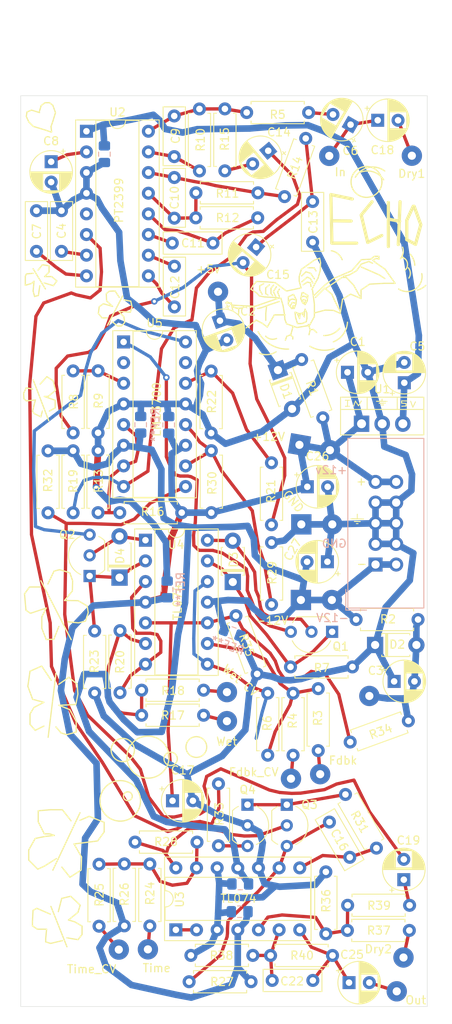
<source format=kicad_pcb>
(kicad_pcb (version 20171130) (host pcbnew "(5.1.2-1)-1")
  (layers (0 F.Cu signal) (31 B.Cu signal) (34 B.Paste user) (35 F.Paste user) (36 B.SilkS user) (37 F.SilkS user) (38 B.Mask user) (39 F.Mask user) (44 Edge.Cuts user))
  (net 0 "")
  (net 1 Earth)
  (net 2 +12V)
  (net 3 +5V)
  (net 4 -5V)
  (net 5 "Net-(C4-Pad1)")
  (net 6 "Net-(C5-Pad1)")
  (net 7 "Net-(C6-Pad2)")
  (net 8 "Net-(C18-Pad1)")
  (net 9 "Net-(C7-Pad1)")
  (net 10 "Net-(C8-Pad1)")
  (net 11 "Net-(C9-Pad1)")
  (net 12 "Net-(C9-Pad2)")
  (net 13 "Net-(C10-Pad1)")
  (net 14 "Net-(C10-Pad2)")
  (net 15 "Net-(C11-Pad2)")
  (net 16 "Net-(C11-Pad1)")
  (net 17 "Net-(C12-Pad1)")
  (net 18 "Net-(C12-Pad2)")
  (net 19 "Net-(C13-Pad1)")
  (net 20 A)
  (net 21 "Net-(C14-Pad2)")
  (net 22 C)
  (net 23 "Net-(C16-Pad1)")
  (net 24 "Net-(C16-Pad2)")
  (net 25 VR2)
  (net 26 "Net-(C18-Pad2)")
  (net 27 "Net-(C19-Pad1)")
  (net 28 B)
  (net 29 -12V)
  (net 30 "Net-(C22-Pad2)")
  (net 31 "Net-(C22-Pad1)")
  (net 32 "Net-(C25-Pad2)")
  (net 33 "Net-(D3-Pad2)")
  (net 34 "Net-(D3-Pad1)")
  (net 35 "Net-(D4-Pad1)")
  (net 36 "Net-(D4-Pad2)")
  (net 37 "Net-(J3-Pad1)")
  (net 38 "Net-(J4-Pad1)")
  (net 39 "Net-(J6-Pad1)")
  (net 40 "Net-(J7-Pad1)")
  (net 41 "Net-(J8-Pad1)")
  (net 42 "Net-(J9-Pad1)")
  (net 43 "Net-(J16-Pad1)")
  (net 44 "Net-(Q1-Pad3)")
  (net 45 "Net-(Q2-Pad3)")
  (net 46 "Net-(Q3-Pad2)")
  (net 47 "Net-(Q3-Pad1)")
  (net 48 "Net-(Q4-Pad3)")
  (net 49 "Net-(R3-Pad2)")
  (net 50 "Net-(R6-Pad2)")
  (net 51 "Net-(R8-Pad2)")
  (net 52 "Net-(R13-Pad1)")
  (net 53 "Net-(R17-Pad2)")
  (net 54 "Net-(R20-Pad2)")
  (net 55 "Net-(R21-Pad2)")
  (net 56 "Net-(R24-Pad1)")
  (net 57 "Net-(R29-Pad1)")
  (net 58 "Net-(R33-Pad2)")
  (net 59 "Net-(R36-Pad1)")
  (net 60 "Net-(U2-Pad5)")
  (net 61 "Net-(U3-Pad1)")
  (net 62 "Net-(U5-Pad2)")
  (net 63 "Net-(U5-Pad15)")
  (module Capacitor_SMD:C_0805_2012Metric_Pad1.15x1.40mm_HandSolder (layer B.Cu) (at 22.29 19.19 90)
    (fp_text reference REF** hide)
    (fp_text value C_0805_2012Metric_Pad1.15x1.40mm_HandSolder)
    (pad 2 smd roundrect (at 1.025 0 90) (size 1.15 1.4) (layers B.Cu B.Paste B.Mask) (roundrect_rratio 0.217) (net 6 "Net-(C5-Pad1)"))
    (pad 1 smd roundrect (at -1.025 0 90) (size 1.15 1.4) (layers B.Cu B.Paste B.Mask) (roundrect_rratio 0.217) (net 1 Earth))
  )
  (module Capacitor_SMD:C_0805_2012Metric_Pad1.15x1.40mm_HandSolder (layer B.Cu) (at 38.93 112.34)
    (fp_text reference REF** hide)
    (fp_text value C_0805_2012Metric_Pad1.15x1.40mm_HandSolder)
    (pad 2 smd roundrect (at 1.025 0) (size 1.15 1.4) (layers B.Cu B.Paste B.Mask) (roundrect_rratio 0.217) (net 2 +12V))
    (pad 1 smd roundrect (at -1.025 0) (size 1.15 1.4) (layers B.Cu B.Paste B.Mask) (roundrect_rratio 0.217) (net 1 Earth))
  )
  (module Capacitor_SMD:C_0805_2012Metric_Pad1.15x1.40mm_HandSolder (layer B.Cu) (at 39 108.93)
    (fp_text reference REF** hide)
    (fp_text value C_0805_2012Metric_Pad1.15x1.40mm_HandSolder)
    (pad 2 smd roundrect (at 1.025 0) (size 1.15 1.4) (layers B.Cu B.Paste B.Mask) (roundrect_rratio 0.217) (net 29 -12V))
    (pad 1 smd roundrect (at -1.025 0) (size 1.15 1.4) (layers B.Cu B.Paste B.Mask) (roundrect_rratio 0.217) (net 1 Earth))
  )
  (module Capacitor_SMD:C_0805_2012Metric_Pad1.15x1.40mm_HandSolder (layer B.Cu) (at 30.2 52.48 270)
    (fp_text reference REF** (at 0 1.65 270) (layer B.SilkS) (effects (justify mirror)))
    (fp_text value C_0805_2012Metric_Pad1.15x1.40mm_HandSolder)
    (pad 2 smd roundrect (at 1.025 0 270) (size 1.15 1.4) (layers B.Cu B.Paste B.Mask) (roundrect_rratio 0.217) (net 2 +12V))
    (pad 1 smd roundrect (at -1.025 0 270) (size 1.15 1.4) (layers B.Cu B.Paste B.Mask) (roundrect_rratio 0.217) (net 1 Earth))
  )
  (module Capacitor_SMD:C_0805_2012Metric_Pad1.15x1.40mm_HandSolder (layer B.Cu) (at 26.75 52.46 270)
    (fp_text reference REF** hide)
    (fp_text value C_0805_2012Metric_Pad1.15x1.40mm_HandSolder)
    (pad 2 smd roundrect (at 1.025 0 270) (size 1.15 1.4) (layers B.Cu B.Paste B.Mask) (roundrect_rratio 0.217) (net 29 -12V))
    (pad 1 smd roundrect (at -1.025 0 270) (size 1.15 1.4) (layers B.Cu B.Paste B.Mask) (roundrect_rratio 0.217) (net 1 Earth))
  )
  (module Capacitor_SMD:C_0805_2012Metric_Pad1.15x1.40mm_HandSolder (layer B.Cu) (at 30.01 72.71 90)
    (fp_text reference REF** (at 0 1.65 90) (layer B.SilkS) (effects (justify mirror)))
    (fp_text value C_0805_2012Metric_Pad1.15x1.40mm_HandSolder)
    (pad 2 smd roundrect (at 1.025 0 90) (size 1.15 1.4) (layers B.Cu B.Paste B.Mask) (roundrect_rratio 0.217) (net 1 Earth))
    (pad 1 smd roundrect (at -1.025 0 90) (size 1.15 1.4) (layers B.Cu B.Paste B.Mask) (roundrect_rratio 0.217) (net 2 +12V))
  )
  (module Capacitor_SMD:C_0805_2012Metric_Pad1.15x1.40mm_HandSolder (layer B.Cu) (at 38 78.05 340)
    (fp_text reference REF** (at -0.000001 1.65 340) (layer B.SilkS) (effects (justify mirror)))
    (fp_text value C_0805_2012Metric_Pad1.15x1.40mm_HandSolder)
    (pad 2 smd roundrect (at 1.025 0 340) (size 1.15 1.4) (layers B.Cu B.Paste B.Mask) (roundrect_rratio 0.217) (net 1 Earth))
    (pad 1 smd roundrect (at -1.025 0 340) (size 1.15 1.4) (layers B.Cu B.Paste B.Mask) (roundrect_rratio 0.217) (net 29 -12V))
  )
  (module Package_DIP:DIP-14_W7.62mm_Socket (layer F.Cu) (at 27.34 66.66)
    (fp_text reference U4 (at 3.78 0.56) (layer F.SilkS))
    (fp_text value TL074)
    (pad 14 thru_hole oval (at 7.62 0) (size 1.6 1.6) (drill 0.8) (layers *.Cu *.Mask) (net 33 "Net-(D3-Pad2)"))
    (pad 7 thru_hole oval (at 0 15.24) (size 1.6 1.6) (drill 0.8) (layers *.Cu *.Mask) (net 54 "Net-(R20-Pad2)"))
    (pad 13 thru_hole oval (at 7.62 2.54) (size 1.6 1.6) (drill 0.8) (layers *.Cu *.Mask) (net 34 "Net-(D3-Pad1)"))
    (pad 6 thru_hole oval (at 0 12.7) (size 1.6 1.6) (drill 0.8) (layers *.Cu *.Mask) (net 53 "Net-(R17-Pad2)"))
    (pad 12 thru_hole oval (at 7.62 5.08) (size 1.6 1.6) (drill 0.8) (layers *.Cu *.Mask) (net 50 "Net-(R6-Pad2)"))
    (pad 5 thru_hole oval (at 0 10.16) (size 1.6 1.6) (drill 0.8) (layers *.Cu *.Mask) (net 25 VR2))
    (pad 11 thru_hole oval (at 7.62 7.62) (size 1.6 1.6) (drill 0.8) (layers *.Cu *.Mask) (net 29 -12V))
    (pad 4 thru_hole oval (at 0 7.62) (size 1.6 1.6) (drill 0.8) (layers *.Cu *.Mask) (net 2 +12V))
    (pad 10 thru_hole oval (at 7.62 10.16) (size 1.6 1.6) (drill 0.8) (layers *.Cu *.Mask) (net 25 VR2))
    (pad 3 thru_hole oval (at 0 5.08) (size 1.6 1.6) (drill 0.8) (layers *.Cu *.Mask) (net 54 "Net-(R20-Pad2)"))
    (pad 9 thru_hole oval (at 7.62 12.7) (size 1.6 1.6) (drill 0.8) (layers *.Cu *.Mask) (net 49 "Net-(R3-Pad2)"))
    (pad 2 thru_hole oval (at 0 2.54) (size 1.6 1.6) (drill 0.8) (layers *.Cu *.Mask) (net 35 "Net-(D4-Pad1)"))
    (pad 8 thru_hole oval (at 7.62 15.24) (size 1.6 1.6) (drill 0.8) (layers *.Cu *.Mask) (net 50 "Net-(R6-Pad2)"))
    (pad 1 thru_hole rect (at 0 0) (size 1.6 1.6) (drill 0.8) (layers *.Cu *.Mask) (net 36 "Net-(D4-Pad2)"))
  )
  (module Package_TO_SOT_THT:TO-92_Inline_Wide (layer F.Cu) (at 39.89 99.179999 270)
    (fp_text reference Q4 (at -1.839999 -0.02) (layer F.SilkS))
    (fp_text value 2N3904)
    (pad 1 thru_hole rect (at 0 0) (size 1.5 1.5) (drill 0.8) (layers *.Cu *.Mask) (net 47 "Net-(Q3-Pad1)"))
    (pad 3 thru_hole circle (at 5.08 0) (size 1.5 1.5) (drill 0.8) (layers *.Cu *.Mask) (net 48 "Net-(Q4-Pad3)"))
    (pad 2 thru_hole circle (at 2.54 0) (size 1.5 1.5) (drill 0.8) (layers *.Cu *.Mask) (net 1 Earth))
  )
  (module Package_TO_SOT_THT:TO-92_Inline_Wide (layer F.Cu) (at 44.724998 99.185001 270)
    (fp_text reference Q3 (at 0.004999 -2.795002) (layer F.SilkS))
    (fp_text value 2N3904)
    (pad 1 thru_hole rect (at 0 0) (size 1.5 1.5) (drill 0.8) (layers *.Cu *.Mask) (net 47 "Net-(Q3-Pad1)"))
    (pad 3 thru_hole circle (at 5.08 0) (size 1.5 1.5) (drill 0.8) (layers *.Cu *.Mask) (net 24 "Net-(C16-Pad2)"))
    (pad 2 thru_hole circle (at 2.54 0) (size 1.5 1.5) (drill 0.8) (layers *.Cu *.Mask) (net 46 "Net-(Q3-Pad2)"))
  )
  (module Package_TO_SOT_THT:TO-92_Inline_Wide (layer F.Cu) (at 20.47 71.06 90)
    (fp_text reference Q2 (at 5.09 -2.75) (layer F.SilkS))
    (fp_text value 2N3906)
    (pad 1 thru_hole rect (at 0 0 180) (size 1.5 1.5) (drill 0.8) (layers *.Cu *.Mask) (net 35 "Net-(D4-Pad1)"))
    (pad 3 thru_hole circle (at 5.08 0 180) (size 1.5 1.5) (drill 0.8) (layers *.Cu *.Mask) (net 45 "Net-(Q2-Pad3)"))
    (pad 2 thru_hole circle (at 2.54 0 180) (size 1.5 1.5) (drill 0.8) (layers *.Cu *.Mask) (net 36 "Net-(D4-Pad2)"))
  )
  (module Package_TO_SOT_THT:TO-92_Inline_Wide (layer F.Cu) (at 50.3 77.92 180)
    (fp_text reference Q1 (at -1.05 -1.81) (layer F.SilkS))
    (fp_text value 2N3906)
    (pad 1 thru_hole rect (at 0 0 270) (size 1.5 1.5) (drill 0.8) (layers *.Cu *.Mask) (net 34 "Net-(D3-Pad1)"))
    (pad 3 thru_hole circle (at 5.08 0 270) (size 1.5 1.5) (drill 0.8) (layers *.Cu *.Mask) (net 44 "Net-(Q1-Pad3)"))
    (pad 2 thru_hole circle (at 2.54 0 270) (size 1.5 1.5) (drill 0.8) (layers *.Cu *.Mask) (net 33 "Net-(D3-Pad2)"))
  )
  (module MountingHole:MountingHole_3.5mm (layer F.Cu) (at 17.5 95.5)
    (fp_text reference REF** hide)
    (fp_text value MountingHole_3.5mm)
    (pad 1 np_thru_hole circle (at 0 0) (size 3.5 3.5) (drill 3.5) (layers *.Cu *.Mask))
  )
  (module MountingHole:MountingHole_3.5mm (layer F.Cu) (at 57 95.5)
    (fp_text reference REF** hide)
    (fp_text value MountingHole_3.5mm)
    (pad 1 np_thru_hole circle (at 0 0) (size 3.5 3.5) (drill 3.5) (layers *.Cu *.Mask))
  )
  (module MountingHole:MountingHole_3.5mm (layer F.Cu) (at 57 39.5)
    (fp_text reference REF** hide)
    (fp_text value MountingHole_3.5mm)
    (pad 1 np_thru_hole circle (at 0 0) (size 3.5 3.5) (drill 3.5) (layers *.Cu *.Mask))
  )
  (module MountingHole:MountingHole_3.5mm (layer F.Cu) (at 17.5 39.5)
    (fp_text reference REF** hide)
    (fp_text value MountingHole_3.5mm)
    (pad 1 np_thru_hole circle (at 0 0) (size 3.5 3.5) (drill 3.5) (layers *.Cu *.Mask))
  )
  (module Capacitor_THT:CP_Radial_D5.0mm_P2.50mm (layer F.Cu) (at 52.19 46.01)
    (fp_text reference C1 (at 1.25 -3.75) (layer F.SilkS))
    (fp_text value 1u)
    (pad 2 thru_hole circle (at 2.5 0) (size 1.6 1.6) (drill 0.8) (layers *.Cu *.Mask) (net 1 Earth))
    (pad 1 thru_hole rect (at 0 0) (size 1.6 1.6) (drill 0.8) (layers *.Cu *.Mask) (net 2 +12V))
  )
  (module Capacitor_THT:CP_Radial_D5.0mm_P2.50mm (layer F.Cu) (at 36.500013 39.671627 290)
    (fp_text reference C2 (at 0.10121 -3.645204) (layer F.SilkS))
    (fp_text value 220u)
    (pad 2 thru_hole circle (at 2.5 0 290) (size 1.6 1.6) (drill 0.8) (layers *.Cu *.Mask) (net 1 Earth))
    (pad 1 thru_hole rect (at 0 0 290) (size 1.6 1.6) (drill 0.8) (layers *.Cu *.Mask) (net 3 +5V))
  )
  (module Capacitor_THT:CP_Radial_D5.0mm_P2.50mm (layer F.Cu) (at 57.93 84.02)
    (fp_text reference C3 (at -2.26 -1.32) (layer F.SilkS))
    (fp_text value 220u)
    (pad 1 thru_hole rect (at 0 0) (size 1.6 1.6) (drill 0.8) (layers *.Cu *.Mask) (net 1 Earth))
    (pad 2 thru_hole circle (at 2.5 0) (size 1.6 1.6) (drill 0.8) (layers *.Cu *.Mask) (net 4 -5V))
  )
  (module Capacitor_THT:C_Rect_L7.0mm_W2.5mm_P5.00mm (layer F.Cu) (at 17.01 31.14 90)
    (fp_text reference C4 (at 2.51 0.01 90) (layer F.SilkS))
    (fp_text value 100n)
    (pad 2 thru_hole circle (at 5 0 90) (size 1.6 1.6) (drill 0.8) (layers *.Cu *.Mask) (net 1 Earth))
    (pad 1 thru_hole circle (at 0 0 90) (size 1.6 1.6) (drill 0.8) (layers *.Cu *.Mask) (net 5 "Net-(C4-Pad1)"))
  )
  (module Capacitor_THT:CP_Radial_D5.0mm_P2.50mm (layer F.Cu) (at 59.18 47.3 90)
    (fp_text reference C5 (at 4.48 1.6 180) (layer F.SilkS))
    (fp_text value 1u)
    (pad 1 thru_hole rect (at 0 0 90) (size 1.6 1.6) (drill 0.8) (layers *.Cu *.Mask) (net 6 "Net-(C5-Pad1)"))
    (pad 2 thru_hole circle (at 2.5 0 90) (size 1.6 1.6) (drill 0.8) (layers *.Cu *.Mask) (net 1 Earth))
  )
  (module Capacitor_THT:CP_Radial_D5.0mm_P2.50mm (layer F.Cu) (at 52.57 15.56 150)
    (fp_text reference C6 (at -1.587679 -2.789942 180) (layer F.SilkS))
    (fp_text value 1u)
    (pad 2 thru_hole circle (at 2.5 0 150) (size 1.6 1.6) (drill 0.8) (layers *.Cu *.Mask) (net 7 "Net-(C6-Pad2)"))
    (pad 1 thru_hole rect (at 0 0 150) (size 1.6 1.6) (drill 0.8) (layers *.Cu *.Mask) (net 8 "Net-(C18-Pad1)"))
  )
  (module Capacitor_THT:C_Rect_L7.0mm_W2.5mm_P5.00mm (layer F.Cu) (at 13.93 31.14 90)
    (fp_text reference C7 (at 2.45 0.04 90) (layer F.SilkS))
    (fp_text value 100n)
    (pad 1 thru_hole circle (at 0 0 90) (size 1.6 1.6) (drill 0.8) (layers *.Cu *.Mask) (net 9 "Net-(C7-Pad1)"))
    (pad 2 thru_hole circle (at 5 0 90) (size 1.6 1.6) (drill 0.8) (layers *.Cu *.Mask) (net 1 Earth))
  )
  (module Capacitor_THT:CP_Radial_D5.0mm_P2.50mm (layer F.Cu) (at 15.74 20.12 270)
    (fp_text reference C8 (at -2.54 0.01 180) (layer F.SilkS))
    (fp_text value 47u)
    (pad 1 thru_hole rect (at 0 0 270) (size 1.6 1.6) (drill 0.8) (layers *.Cu *.Mask) (net 10 "Net-(C8-Pad1)"))
    (pad 2 thru_hole circle (at 2.5 0 270) (size 1.6 1.6) (drill 0.8) (layers *.Cu *.Mask) (net 1 Earth))
  )
  (module Capacitor_THT:C_Rect_L7.0mm_W2.5mm_P5.00mm (layer F.Cu) (at 30.88 14.49 270)
    (fp_text reference C9 (at 2.46 -0.17 90) (layer F.SilkS))
    (fp_text value 560p)
    (pad 1 thru_hole circle (at 0 0 270) (size 1.6 1.6) (drill 0.8) (layers *.Cu *.Mask) (net 11 "Net-(C9-Pad1)"))
    (pad 2 thru_hole circle (at 5 0 270) (size 1.6 1.6) (drill 0.8) (layers *.Cu *.Mask) (net 12 "Net-(C9-Pad2)"))
  )
  (module Capacitor_THT:C_Rect_L7.0mm_W2.5mm_P5.00mm (layer F.Cu) (at 30.89 22.06 270)
    (fp_text reference C10 (at 2.48 -0.03 90) (layer F.SilkS))
    (fp_text value 560p)
    (pad 1 thru_hole circle (at 0 0 270) (size 1.6 1.6) (drill 0.8) (layers *.Cu *.Mask) (net 13 "Net-(C10-Pad1)"))
    (pad 2 thru_hole circle (at 5 0 270) (size 1.6 1.6) (drill 0.8) (layers *.Cu *.Mask) (net 14 "Net-(C10-Pad2)"))
  )
  (module Capacitor_THT:C_Rect_L7.0mm_W2.5mm_P5.00mm (layer F.Cu) (at 35.64 30.12 180)
    (fp_text reference C11 (at 2.46 -0.01) (layer F.SilkS))
    (fp_text value 100n)
    (pad 2 thru_hole circle (at 5 0 180) (size 1.6 1.6) (drill 0.8) (layers *.Cu *.Mask) (net 15 "Net-(C11-Pad2)"))
    (pad 1 thru_hole circle (at 0 0 180) (size 1.6 1.6) (drill 0.8) (layers *.Cu *.Mask) (net 16 "Net-(C11-Pad1)"))
  )
  (module Capacitor_THT:C_Rect_L7.0mm_W2.5mm_P5.00mm (layer F.Cu) (at 30.9 32.97 270)
    (fp_text reference C12 (at 2.59 -0.08 90) (layer F.SilkS))
    (fp_text value 100n)
    (pad 1 thru_hole circle (at 0 0 270) (size 1.6 1.6) (drill 0.8) (layers *.Cu *.Mask) (net 17 "Net-(C12-Pad1)"))
    (pad 2 thru_hole circle (at 5 0 270) (size 1.6 1.6) (drill 0.8) (layers *.Cu *.Mask) (net 18 "Net-(C12-Pad2)"))
  )
  (module Capacitor_THT:C_Rect_L7.0mm_W2.5mm_P5.00mm (layer F.Cu) (at 47.9 25.01 270)
    (fp_text reference C13 (at 2.52 -0.08 90) (layer F.SilkS))
    (fp_text value 10n)
    (pad 2 thru_hole circle (at 5 0 270) (size 1.6 1.6) (drill 0.8) (layers *.Cu *.Mask) (net 1 Earth))
    (pad 1 thru_hole circle (at 0 0 270) (size 1.6 1.6) (drill 0.8) (layers *.Cu *.Mask) (net 19 "Net-(C13-Pad1)"))
  )
  (module Capacitor_THT:CP_Radial_D5.0mm_P2.50mm (layer F.Cu) (at 42.44 18.77 220)
    (fp_text reference C14 (at -2.476734 0.898102) (layer F.SilkS))
    (fp_text value 1u)
    (pad 1 thru_hole rect (at 0 0 220) (size 1.6 1.6) (drill 0.8) (layers *.Cu *.Mask) (net 20 A))
    (pad 2 thru_hole circle (at 2.5 0 220) (size 1.6 1.6) (drill 0.8) (layers *.Cu *.Mask) (net 21 "Net-(C14-Pad2)"))
  )
  (module Capacitor_THT:CP_Radial_D5.0mm_P2.50mm (layer F.Cu) (at 40.95 30.61 230)
    (fp_text reference C15 (at 0.875452 -4.246137) (layer F.SilkS))
    (fp_text value 1u)
    (pad 2 thru_hole circle (at 2.5 0 230) (size 1.6 1.6) (drill 0.8) (layers *.Cu *.Mask) (net 22 C))
    (pad 1 thru_hole rect (at 0 0 230) (size 1.6 1.6) (drill 0.8) (layers *.Cu *.Mask) (net 19 "Net-(C13-Pad1)"))
  )
  (module Capacitor_THT:C_Rect_L7.0mm_W2.5mm_P5.00mm (layer F.Cu) (at 52.47 105.65 120)
    (fp_text reference C16 (at 2.488294 -0.029852 120) (layer F.SilkS))
    (fp_text value 100p)
    (pad 1 thru_hole circle (at 0 0 120) (size 1.6 1.6) (drill 0.8) (layers *.Cu *.Mask) (net 23 "Net-(C16-Pad1)"))
    (pad 2 thru_hole circle (at 5 0 120) (size 1.6 1.6) (drill 0.8) (layers *.Cu *.Mask) (net 24 "Net-(C16-Pad2)"))
  )
  (module Capacitor_THT:CP_Radial_D5.0mm_P2.50mm (layer F.Cu) (at 30.67 98.7)
    (fp_text reference C17 (at 1.25 -3.75) (layer F.SilkS))
    (fp_text value 1u)
    (pad 1 thru_hole rect (at 0 0) (size 1.6 1.6) (drill 0.8) (layers *.Cu *.Mask) (net 25 VR2))
    (pad 2 thru_hole circle (at 2.5 0) (size 1.6 1.6) (drill 0.8) (layers *.Cu *.Mask) (net 1 Earth))
  )
  (module Capacitor_THT:CP_Radial_D5.0mm_P2.50mm (layer F.Cu) (at 55.91 15.02)
    (fp_text reference C18 (at 0.58 3.66) (layer F.SilkS))
    (fp_text value 1u)
    (pad 2 thru_hole circle (at 2.5 0) (size 1.6 1.6) (drill 0.8) (layers *.Cu *.Mask) (net 26 "Net-(C18-Pad2)"))
    (pad 1 thru_hole rect (at 0 0) (size 1.6 1.6) (drill 0.8) (layers *.Cu *.Mask) (net 8 "Net-(C18-Pad1)"))
  )
  (module Capacitor_THT:CP_Radial_D5.0mm_P2.50mm (layer F.Cu) (at 59.12 108.4 90)
    (fp_text reference C19 (at 4.83 0.57) (layer F.SilkS))
    (fp_text value 1u)
    (pad 1 thru_hole rect (at 0 0 90) (size 1.6 1.6) (drill 0.8) (layers *.Cu *.Mask) (net 27 "Net-(C19-Pad1)"))
    (pad 2 thru_hole circle (at 2.5 0 90) (size 1.6 1.6) (drill 0.8) (layers *.Cu *.Mask) (net 28 B))
  )
  (module Capacitor_THT:C_Rect_L7.0mm_W2.5mm_P5.00mm (layer F.Cu) (at 47.93 120.79 180)
    (fp_text reference C22 (at 2.55 -0.1) (layer F.SilkS))
    (fp_text value 22p)
    (pad 2 thru_hole circle (at 5 0 180) (size 1.6 1.6) (drill 0.8) (layers *.Cu *.Mask) (net 30 "Net-(C22-Pad2)"))
    (pad 1 thru_hole circle (at 0 0 180) (size 1.6 1.6) (drill 0.8) (layers *.Cu *.Mask) (net 31 "Net-(C22-Pad1)"))
  )
  (module Capacitor_THT:CP_Radial_D5.0mm_P2.50mm (layer F.Cu) (at 52.38 121.06)
    (fp_text reference C25 (at 0.37 -3.44) (layer F.SilkS))
    (fp_text value 10u)
    (pad 2 thru_hole circle (at 2.5 0) (size 1.6 1.6) (drill 0.8) (layers *.Cu *.Mask) (net 32 "Net-(C25-Pad2)"))
    (pad 1 thru_hole rect (at 0 0) (size 1.6 1.6) (drill 0.8) (layers *.Cu *.Mask) (net 31 "Net-(C22-Pad1)"))
  )
  (module Capacitor_THT:CP_Radial_D5.0mm_P2.50mm (layer F.Cu) (at 47.25 60.09)
    (fp_text reference C26 (at 1.25 -3.75) (layer F.SilkS))
    (fp_text value 10u)
    (pad 1 thru_hole rect (at 0 0) (size 1.6 1.6) (drill 0.8) (layers *.Cu *.Mask) (net 2 +12V))
    (pad 2 thru_hole circle (at 2.5 0) (size 1.6 1.6) (drill 0.8) (layers *.Cu *.Mask) (net 1 Earth))
  )
  (module Capacitor_THT:CP_Radial_D5.0mm_P2.50mm (layer F.Cu) (at 49.72 69.31 180)
    (fp_text reference C27 (at 4.26 1.48 60) (layer F.SilkS))
    (fp_text value 10u)
    (pad 2 thru_hole circle (at 2.5 0 180) (size 1.6 1.6) (drill 0.8) (layers *.Cu *.Mask) (net 29 -12V))
    (pad 1 thru_hole rect (at 0 0 180) (size 1.6 1.6) (drill 0.8) (layers *.Cu *.Mask) (net 1 Earth))
  )
  (module Diode_THT:D_T-1_P5.08mm_Horizontal (layer F.Cu) (at 43.638109 45.740067 290)
    (fp_text reference D1 (at 2.775544 -0.024049 110) (layer F.SilkS))
    (fp_text value 1N5231B)
    (pad 2 thru_hole oval (at 5.08 0 290) (size 2 2) (drill 1) (layers *.Cu *.Mask) (net 1 Earth))
    (pad 1 thru_hole rect (at 0 0 290) (size 2 2) (drill 1) (layers *.Cu *.Mask) (net 3 +5V))
  )
  (module Diode_THT:D_T-1_P5.08mm_Horizontal (layer F.Cu) (at 55.59 79.54)
    (fp_text reference D2 (at 2.72 -0.06) (layer F.SilkS))
    (fp_text value 1N5231B)
    (pad 1 thru_hole rect (at 0 0) (size 2 2) (drill 1) (layers *.Cu *.Mask) (net 1 Earth))
    (pad 2 thru_hole oval (at 5.08 0) (size 2 2) (drill 1) (layers *.Cu *.Mask) (net 4 -5V))
  )
  (module Diode_THT:D_T-1_P5.08mm_Horizontal (layer F.Cu) (at 38.08 71.8 90)
    (fp_text reference D3 (at 2.75 0.1 90) (layer F.SilkS))
    (fp_text value D_Small)
    (pad 2 thru_hole oval (at 5.08 0 90) (size 2 2) (drill 1) (layers *.Cu *.Mask) (net 33 "Net-(D3-Pad2)"))
    (pad 1 thru_hole rect (at 0 0 90) (size 2 2) (drill 1) (layers *.Cu *.Mask) (net 34 "Net-(D3-Pad1)"))
  )
  (module Diode_THT:D_T-1_P5.08mm_Horizontal (layer F.Cu) (at 24.15 71.26 90)
    (fp_text reference D4 (at 2.66 0.06 90) (layer F.SilkS))
    (fp_text value D_Small)
    (pad 1 thru_hole rect (at 0 0 90) (size 2 2) (drill 1) (layers *.Cu *.Mask) (net 35 "Net-(D4-Pad1)"))
    (pad 2 thru_hole oval (at 5.08 0 90) (size 2 2) (drill 1) (layers *.Cu *.Mask) (net 36 "Net-(D4-Pad2)"))
  )
  (module Connector_Wire:SolderWirePad_1x01_Drill1mm (layer F.Cu) (at 36.266576 36.106461 110)
    (fp_text reference J1 hide)
    (fp_text value +5)
    (pad 1 thru_hole circle (at 0 0 110) (size 2.49936 2.49936) (drill 1.00076) (layers *.Cu *.Mask) (net 3 +5V))
  )
  (module Connector_Wire:SolderWirePad_1x01_Drill1mm (layer F.Cu) (at 54.88 85.81 20)
    (fp_text reference J2 hide)
    (fp_text value -5)
    (pad 1 thru_hole circle (at 0 0 20) (size 2.49936 2.49936) (drill 1.00076) (layers *.Cu *.Mask) (net 4 -5V))
  )
  (module Connector_Wire:SolderWirePad_1x01_Drill1mm (layer F.Cu) (at 45.24 95.98)
    (fp_text reference J3 hide)
    (fp_text value Fdbk_CV)
    (pad 1 thru_hole circle (at 0 0) (size 2.49936 2.49936) (drill 1.00076) (layers *.Cu *.Mask) (net 37 "Net-(J3-Pad1)"))
  )
  (module Connector_Wire:SolderWirePad_1x01_Drill1mm (layer F.Cu) (at 48.83 95.43)
    (fp_text reference J4 hide)
    (fp_text value Fdbk)
    (pad 1 thru_hole circle (at 0 0) (size 2.49936 2.49936) (drill 1.00076) (layers *.Cu *.Mask) (net 38 "Net-(J4-Pad1)"))
  )
  (module Connector_Wire:SolderWirePad_1x01_Drill1mm (layer F.Cu) (at 49.95 19.4 340)
    (fp_text reference J5 hide)
    (fp_text value In)
    (pad 1 thru_hole circle (at 0 0 340) (size 2.49936 2.49936) (drill 1.00076) (layers *.Cu *.Mask) (net 8 "Net-(C18-Pad1)"))
  )
  (module Connector_Wire:SolderWirePad_1x01_Drill1mm (layer F.Cu) (at 37.36 85.34)
    (fp_text reference J6 hide)
    (fp_text value Wet_CV)
    (pad 1 thru_hole circle (at 0 0) (size 2.49936 2.49936) (drill 1.00076) (layers *.Cu *.Mask) (net 39 "Net-(J6-Pad1)"))
  )
  (module Connector_Wire:SolderWirePad_1x01_Drill1mm (layer F.Cu) (at 37.36 88.91)
    (fp_text reference J7 hide)
    (fp_text value Wet)
    (pad 1 thru_hole circle (at 0 0) (size 2.49936 2.49936) (drill 1.00076) (layers *.Cu *.Mask) (net 40 "Net-(J7-Pad1)"))
  )
  (module Connector_Wire:SolderWirePad_1x01_Drill1mm (layer F.Cu) (at 24.06 117)
    (fp_text reference J8 hide)
    (fp_text value Del_Time_CV)
    (pad 1 thru_hole circle (at 0 0) (size 2.49936 2.49936) (drill 1.00076) (layers *.Cu *.Mask) (net 41 "Net-(J8-Pad1)"))
  )
  (module Connector_Wire:SolderWirePad_1x01_Drill1mm (layer F.Cu) (at 27.64 116.97)
    (fp_text reference J9 hide)
    (fp_text value Del_Time_Adj)
    (pad 1 thru_hole circle (at 0 0) (size 2.49936 2.49936) (drill 1.00076) (layers *.Cu *.Mask) (net 42 "Net-(J9-Pad1)"))
  )
  (module Connector_IDC:IDC-Header_2x05_P2.54mm_Vertical (layer B.Cu) (at 55.64 69.65)
    (fp_text reference J10 hide)
    (fp_text value Conn_01x10_Female)
    (pad 1 thru_hole rect (at 0 0) (size 1.7272 1.7272) (drill 1.016) (layers *.Cu *.Mask) (net 29 -12V))
    (pad 2 thru_hole oval (at 2.54 0) (size 1.7272 1.7272) (drill 1.016) (layers *.Cu *.Mask) (net 29 -12V))
    (pad 3 thru_hole oval (at 0 -2.54) (size 1.7272 1.7272) (drill 1.016) (layers *.Cu *.Mask) (net 1 Earth))
    (pad 4 thru_hole oval (at 2.54 -2.54) (size 1.7272 1.7272) (drill 1.016) (layers *.Cu *.Mask) (net 1 Earth))
    (pad 5 thru_hole oval (at 0 -5.08) (size 1.7272 1.7272) (drill 1.016) (layers *.Cu *.Mask) (net 1 Earth))
    (pad 6 thru_hole oval (at 2.54 -5.08) (size 1.7272 1.7272) (drill 1.016) (layers *.Cu *.Mask) (net 1 Earth))
    (pad 7 thru_hole oval (at 0 -7.62) (size 1.7272 1.7272) (drill 1.016) (layers *.Cu *.Mask) (net 1 Earth))
    (pad 8 thru_hole oval (at 2.54 -7.62) (size 1.7272 1.7272) (drill 1.016) (layers *.Cu *.Mask) (net 1 Earth))
    (pad 9 thru_hole oval (at 0 -10.16) (size 1.7272 1.7272) (drill 1.016) (layers *.Cu *.Mask) (net 2 +12V))
    (pad 10 thru_hole oval (at 2.54 -10.16) (size 1.7272 1.7272) (drill 1.016) (layers *.Cu *.Mask) (net 2 +12V))
  )
  (module Connector_Wire:SolderWirePad_1x02_P3.81mm_Drill1mm (layer B.Cu) (at 46.28 54.93 350)
    (fp_text reference J11 hide)
    (fp_text value +12v)
    (pad 1 thru_hole rect (at 0 0 350) (size 2.49936 2.49936) (drill 1.00076) (layers *.Cu *.Mask) (net 2 +12V))
    (pad 2 thru_hole circle (at 3.81 0 350) (size 2.49936 2.49936) (drill 1.00076) (layers *.Cu *.Mask) (net 2 +12V))
  )
  (module Connector_Wire:SolderWirePad_1x02_P3.81mm_Drill1mm (layer B.Cu) (at 46.51 64.71)
    (fp_text reference J12 hide)
    (fp_text value GND hide)
    (pad 2 thru_hole circle (at 3.81 0) (size 2.49936 2.49936) (drill 1.00076) (layers *.Cu *.Mask) (net 1 Earth))
    (pad 1 thru_hole rect (at 0 0) (size 2.49936 2.49936) (drill 1.00076) (layers *.Cu *.Mask) (net 1 Earth))
  )
  (module Connector_Wire:SolderWirePad_1x02_P3.81mm_Drill1mm (layer B.Cu) (at 46.46 74.01)
    (fp_text reference J13 hide)
    (fp_text value -12v)
    (pad 1 thru_hole rect (at 0 0) (size 2.49936 2.49936) (drill 1.00076) (layers *.Cu *.Mask) (net 29 -12V))
    (pad 2 thru_hole circle (at 3.81 0) (size 2.49936 2.49936) (drill 1.00076) (layers *.Cu *.Mask) (net 29 -12V))
  )
  (module Connector_Wire:SolderWirePad_1x01_Drill1mm (layer F.Cu) (at 58.25 122.13)
    (fp_text reference J14 hide)
    (fp_text value Out)
    (pad 1 thru_hole circle (at 0 0) (size 2.49936 2.49936) (drill 1.00076) (layers *.Cu *.Mask) (net 32 "Net-(C25-Pad2)"))
  )
  (module Connector_Wire:SolderWirePad_1x01_Drill1mm (layer F.Cu) (at 60.11 19.38)
    (fp_text reference J15 hide)
    (fp_text value Dry1)
    (pad 1 thru_hole circle (at 0 0) (size 2.49936 2.49936) (drill 1.00076) (layers *.Cu *.Mask) (net 26 "Net-(C18-Pad2)"))
  )
  (module Connector_Wire:SolderWirePad_1x01_Drill1mm (layer F.Cu) (at 59.08 117.97)
    (fp_text reference J16 hide)
    (fp_text value Dry2)
    (pad 1 thru_hole circle (at 0 0) (size 2.49936 2.49936) (drill 1.00076) (layers *.Cu *.Mask) (net 43 "Net-(J16-Pad1)"))
  )
  (module Resistor_THT:R_Axial_DIN0207_L6.3mm_D2.5mm_P7.62mm_Horizontal (layer F.Cu) (at 49.15728 51.606167 110)
    (fp_text reference R1 (at 3.886209 0.012644 110) (layer F.SilkS))
    (fp_text value 1k)
    (pad 1 thru_hole circle (at 0 0 110) (size 1.6 1.6) (drill 0.8) (layers *.Cu *.Mask) (net 2 +12V))
    (pad 2 thru_hole oval (at 7.62 0 110) (size 1.6 1.6) (drill 0.8) (layers *.Cu *.Mask) (net 3 +5V))
  )
  (module Resistor_THT:R_Axial_DIN0207_L6.3mm_D2.5mm_P7.62mm_Horizontal (layer F.Cu) (at 53.25 76.41)
    (fp_text reference R2 (at 3.92 -0.04) (layer F.SilkS))
    (fp_text value 1k)
    (pad 2 thru_hole oval (at 7.62 0) (size 1.6 1.6) (drill 0.8) (layers *.Cu *.Mask) (net 4 -5V))
    (pad 1 thru_hole circle (at 0 0) (size 1.6 1.6) (drill 0.8) (layers *.Cu *.Mask) (net 29 -12V))
  )
  (module Resistor_THT:R_Axial_DIN0207_L6.3mm_D2.5mm_P7.62mm_Horizontal (layer F.Cu) (at 48.59 92.53 90)
    (fp_text reference R3 (at 4.01 -0.04 90) (layer F.SilkS))
    (fp_text value 100k)
    (pad 1 thru_hole circle (at 0 0 90) (size 1.6 1.6) (drill 0.8) (layers *.Cu *.Mask) (net 38 "Net-(J4-Pad1)"))
    (pad 2 thru_hole oval (at 7.62 0 90) (size 1.6 1.6) (drill 0.8) (layers *.Cu *.Mask) (net 49 "Net-(R3-Pad2)"))
  )
  (module Resistor_THT:R_Axial_DIN0207_L6.3mm_D2.5mm_P7.62mm_Horizontal (layer F.Cu) (at 45.495892 93.093233 90)
    (fp_text reference R4 (at 4.233233 -0.055892 90) (layer F.SilkS))
    (fp_text value 100k)
    (pad 2 thru_hole oval (at 7.62 0 90) (size 1.6 1.6) (drill 0.8) (layers *.Cu *.Mask) (net 49 "Net-(R3-Pad2)"))
    (pad 1 thru_hole circle (at 0 0 90) (size 1.6 1.6) (drill 0.8) (layers *.Cu *.Mask) (net 37 "Net-(J3-Pad1)"))
  )
  (module Resistor_THT:R_Axial_DIN0207_L6.3mm_D2.5mm_P7.62mm_Horizontal (layer F.Cu) (at 47.41 14.07 180)
    (fp_text reference R5 (at 3.81 -0.26) (layer F.SilkS))
    (fp_text value 20k)
    (pad 1 thru_hole circle (at 0 0 180) (size 1.6 1.6) (drill 0.8) (layers *.Cu *.Mask) (net 7 "Net-(C6-Pad2)"))
    (pad 2 thru_hole oval (at 7.62 0 180) (size 1.6 1.6) (drill 0.8) (layers *.Cu *.Mask) (net 11 "Net-(C9-Pad1)"))
  )
  (module Resistor_THT:R_Axial_DIN0207_L6.3mm_D2.5mm_P7.62mm_Horizontal (layer F.Cu) (at 42.38 93.09 90)
    (fp_text reference R6 (at 3.93 -0.05 90) (layer F.SilkS))
    (fp_text value 43k)
    (pad 1 thru_hole circle (at 0 0 90) (size 1.6 1.6) (drill 0.8) (layers *.Cu *.Mask) (net 49 "Net-(R3-Pad2)"))
    (pad 2 thru_hole oval (at 7.62 0 90) (size 1.6 1.6) (drill 0.8) (layers *.Cu *.Mask) (net 50 "Net-(R6-Pad2)"))
  )
  (module Resistor_THT:R_Axial_DIN0207_L6.3mm_D2.5mm_P7.62mm_Horizontal (layer F.Cu) (at 52.8 82.24 180)
    (fp_text reference R7 (at 3.77 -0.12) (layer F.SilkS))
    (fp_text value 15k)
    (pad 1 thru_hole circle (at 0 0 180) (size 1.6 1.6) (drill 0.8) (layers *.Cu *.Mask) (net 1 Earth))
    (pad 2 thru_hole oval (at 7.62 0 180) (size 1.6 1.6) (drill 0.8) (layers *.Cu *.Mask) (net 34 "Net-(D3-Pad1)"))
  )
  (module Resistor_THT:R_Axial_DIN0207_L6.3mm_D2.5mm_P7.62mm_Horizontal (layer F.Cu) (at 18.44 53.46 90)
    (fp_text reference R8 (at 3.83 0.08 90) (layer F.SilkS))
    (fp_text value 200k)
    (pad 1 thru_hole circle (at 0 0 90) (size 1.6 1.6) (drill 0.8) (layers *.Cu *.Mask) (net 22 C))
    (pad 2 thru_hole oval (at 7.62 0 90) (size 1.6 1.6) (drill 0.8) (layers *.Cu *.Mask) (net 51 "Net-(R8-Pad2)"))
  )
  (module Resistor_THT:R_Axial_DIN0207_L6.3mm_D2.5mm_P7.62mm_Horizontal (layer F.Cu) (at 21.51 45.83 270)
    (fp_text reference R9 (at 3.68 -0.06 90) (layer F.SilkS))
    (fp_text value 1k)
    (pad 2 thru_hole oval (at 7.62 0 270) (size 1.6 1.6) (drill 0.8) (layers *.Cu *.Mask) (net 1 Earth))
    (pad 1 thru_hole circle (at 0 0 270) (size 1.6 1.6) (drill 0.8) (layers *.Cu *.Mask) (net 51 "Net-(R8-Pad2)"))
  )
  (module Resistor_THT:R_Axial_DIN0207_L6.3mm_D2.5mm_P7.62mm_Horizontal (layer F.Cu) (at 33.98 13.63 270)
    (fp_text reference R10 (at 3.79 -0.13 90) (layer F.SilkS))
    (fp_text value 20k)
    (pad 1 thru_hole circle (at 0 0 270) (size 1.6 1.6) (drill 0.8) (layers *.Cu *.Mask) (net 11 "Net-(C9-Pad1)"))
    (pad 2 thru_hole oval (at 7.62 0 270) (size 1.6 1.6) (drill 0.8) (layers *.Cu *.Mask) (net 12 "Net-(C9-Pad2)"))
  )
  (module Resistor_THT:R_Axial_DIN0207_L6.3mm_D2.5mm_P7.62mm_Horizontal (layer F.Cu) (at 41.17 23.94 180)
    (fp_text reference R11 (at 3.74 -0.08) (layer F.SilkS))
    (fp_text value 20k)
    (pad 2 thru_hole oval (at 7.62 0 180) (size 1.6 1.6) (drill 0.8) (layers *.Cu *.Mask) (net 14 "Net-(C10-Pad2)"))
    (pad 1 thru_hole circle (at 0 0 180) (size 1.6 1.6) (drill 0.8) (layers *.Cu *.Mask) (net 13 "Net-(C10-Pad1)"))
  )
  (module Resistor_THT:R_Axial_DIN0207_L6.3mm_D2.5mm_P7.62mm_Horizontal (layer F.Cu) (at 33.53 27.02)
    (fp_text reference R12 (at 3.91 0) (layer F.SilkS))
    (fp_text value 20k)
    (pad 1 thru_hole circle (at 0 0) (size 1.6 1.6) (drill 0.8) (layers *.Cu *.Mask) (net 14 "Net-(C10-Pad2)"))
    (pad 2 thru_hole oval (at 7.62 0) (size 1.6 1.6) (drill 0.8) (layers *.Cu *.Mask) (net 16 "Net-(C11-Pad1)"))
  )
  (module Resistor_THT:R_Axial_DIN0207_L6.3mm_D2.5mm_P7.62mm_Horizontal (layer F.Cu) (at 21.51 63.27 90)
    (fp_text reference R13 (at 3.88 0.07 90) (layer F.SilkS))
    (fp_text value 47k)
    (pad 1 thru_hole circle (at 0 0 90) (size 1.6 1.6) (drill 0.8) (layers *.Cu *.Mask) (net 52 "Net-(R13-Pad1)"))
    (pad 2 thru_hole oval (at 7.62 0 90) (size 1.6 1.6) (drill 0.8) (layers *.Cu *.Mask) (net 1 Earth))
  )
  (module Resistor_THT:R_Axial_DIN0207_L6.3mm_D2.5mm_P7.62mm_Horizontal (layer F.Cu) (at 44.45 24.41 70)
    (fp_text reference R14 (at 3.786512 -0.005388 70) (layer F.SilkS))
    (fp_text value 4k7)
    (pad 2 thru_hole oval (at 7.62 0 70) (size 1.6 1.6) (drill 0.8) (layers *.Cu *.Mask) (net 19 "Net-(C13-Pad1)"))
    (pad 1 thru_hole circle (at 0 0 70) (size 1.6 1.6) (drill 0.8) (layers *.Cu *.Mask) (net 13 "Net-(C10-Pad1)"))
  )
  (module Resistor_THT:R_Axial_DIN0207_L6.3mm_D2.5mm_P7.62mm_Horizontal (layer F.Cu) (at 37.11 21.24 90)
    (fp_text reference R15 (at 3.91 -0.02 90) (layer F.SilkS))
    (fp_text value 20k)
    (pad 2 thru_hole oval (at 7.62 0 90) (size 1.6 1.6) (drill 0.8) (layers *.Cu *.Mask) (net 11 "Net-(C9-Pad1)"))
    (pad 1 thru_hole circle (at 0 0 90) (size 1.6 1.6) (drill 0.8) (layers *.Cu *.Mask) (net 21 "Net-(C14-Pad2)"))
  )
  (module Resistor_THT:R_Axial_DIN0207_L6.3mm_D2.5mm_P7.62mm_Horizontal (layer F.Cu) (at 31.8 63.27 180)
    (fp_text reference R16 (at 3.58 0.12) (layer F.SilkS))
    (fp_text value 470k)
    (pad 2 thru_hole oval (at 7.62 0 180) (size 1.6 1.6) (drill 0.8) (layers *.Cu *.Mask) (net 52 "Net-(R13-Pad1)"))
    (pad 1 thru_hole circle (at 0 0 180) (size 1.6 1.6) (drill 0.8) (layers *.Cu *.Mask) (net 2 +12V))
  )
  (module Resistor_THT:R_Axial_DIN0207_L6.3mm_D2.5mm_P7.62mm_Horizontal (layer F.Cu) (at 34.49 88.18 180)
    (fp_text reference R17 (at 3.78 -0.02) (layer F.SilkS))
    (fp_text value 100k)
    (pad 1 thru_hole circle (at 0 0 180) (size 1.6 1.6) (drill 0.8) (layers *.Cu *.Mask) (net 40 "Net-(J7-Pad1)"))
    (pad 2 thru_hole oval (at 7.62 0 180) (size 1.6 1.6) (drill 0.8) (layers *.Cu *.Mask) (net 53 "Net-(R17-Pad2)"))
  )
  (module Resistor_THT:R_Axial_DIN0207_L6.3mm_D2.5mm_P7.62mm_Horizontal (layer F.Cu) (at 34.49 85.1 180)
    (fp_text reference R18 (at 3.76 -0.07) (layer F.SilkS))
    (fp_text value 100k)
    (pad 2 thru_hole oval (at 7.62 0 180) (size 1.6 1.6) (drill 0.8) (layers *.Cu *.Mask) (net 53 "Net-(R17-Pad2)"))
    (pad 1 thru_hole circle (at 0 0 180) (size 1.6 1.6) (drill 0.8) (layers *.Cu *.Mask) (net 39 "Net-(J6-Pad1)"))
  )
  (module Resistor_THT:R_Axial_DIN0207_L6.3mm_D2.5mm_P7.62mm_Horizontal (layer F.Cu) (at 18.44 55.66 270)
    (fp_text reference R19 (at 3.73 -0.01 90) (layer F.SilkS))
    (fp_text value 4k7)
    (pad 2 thru_hole oval (at 7.62 0 270) (size 1.6 1.6) (drill 0.8) (layers *.Cu *.Mask) (net 20 A))
    (pad 1 thru_hole circle (at 0 0 270) (size 1.6 1.6) (drill 0.8) (layers *.Cu *.Mask) (net 29 -12V))
  )
  (module Resistor_THT:R_Axial_DIN0207_L6.3mm_D2.5mm_P7.62mm_Horizontal (layer F.Cu) (at 24.21 77.78 270)
    (fp_text reference R20 (at 3.84 0 90) (layer F.SilkS))
    (fp_text value 43k)
    (pad 2 thru_hole oval (at 7.62 0 270) (size 1.6 1.6) (drill 0.8) (layers *.Cu *.Mask) (net 54 "Net-(R20-Pad2)"))
    (pad 1 thru_hole circle (at 0 0 270) (size 1.6 1.6) (drill 0.8) (layers *.Cu *.Mask) (net 53 "Net-(R17-Pad2)"))
  )
  (module Resistor_THT:R_Axial_DIN0207_L6.3mm_D2.5mm_P7.62mm_Horizontal (layer F.Cu) (at 42.84 64.76 90)
    (fp_text reference R21 (at 4.12 -0.05 90) (layer F.SilkS))
    (fp_text value 200k)
    (pad 1 thru_hole circle (at 0 0 90) (size 1.6 1.6) (drill 0.8) (layers *.Cu *.Mask) (net 22 C))
    (pad 2 thru_hole oval (at 7.62 0 90) (size 1.6 1.6) (drill 0.8) (layers *.Cu *.Mask) (net 55 "Net-(R21-Pad2)"))
  )
  (module Resistor_THT:R_Axial_DIN0207_L6.3mm_D2.5mm_P7.62mm_Horizontal (layer F.Cu) (at 35.42 45.86 270)
    (fp_text reference R22 (at 3.76 -0.08 90) (layer F.SilkS))
    (fp_text value 1k)
    (pad 1 thru_hole circle (at 0 0 270) (size 1.6 1.6) (drill 0.8) (layers *.Cu *.Mask) (net 55 "Net-(R21-Pad2)"))
    (pad 2 thru_hole oval (at 7.62 0 270) (size 1.6 1.6) (drill 0.8) (layers *.Cu *.Mask) (net 1 Earth))
  )
  (module Resistor_THT:R_Axial_DIN0207_L6.3mm_D2.5mm_P7.62mm_Horizontal (layer F.Cu) (at 21.09 85.44 90)
    (fp_text reference R23 (at 3.88 -0.03 90) (layer F.SilkS))
    (fp_text value 15k)
    (pad 2 thru_hole oval (at 7.62 0 90) (size 1.6 1.6) (drill 0.8) (layers *.Cu *.Mask) (net 35 "Net-(D4-Pad1)"))
    (pad 1 thru_hole circle (at 0 0 90) (size 1.6 1.6) (drill 0.8) (layers *.Cu *.Mask) (net 1 Earth))
  )
  (module Resistor_THT:R_Axial_DIN0207_L6.3mm_D2.5mm_P7.62mm_Horizontal (layer F.Cu) (at 27.88 106.47 270)
    (fp_text reference R24 (at 3.62 -0.03 90) (layer F.SilkS))
    (fp_text value 100k)
    (pad 1 thru_hole circle (at 0 0 270) (size 1.6 1.6) (drill 0.8) (layers *.Cu *.Mask) (net 56 "Net-(R24-Pad1)"))
    (pad 2 thru_hole oval (at 7.62 0 270) (size 1.6 1.6) (drill 0.8) (layers *.Cu *.Mask) (net 42 "Net-(J9-Pad1)"))
  )
  (module Resistor_THT:R_Axial_DIN0207_L6.3mm_D2.5mm_P7.62mm_Horizontal (layer F.Cu) (at 21.63 106.5 270)
    (fp_text reference R25 (at 3.77 -0.05 90) (layer F.SilkS))
    (fp_text value 100k)
    (pad 2 thru_hole oval (at 7.62 0 270) (size 1.6 1.6) (drill 0.8) (layers *.Cu *.Mask) (net 41 "Net-(J8-Pad1)"))
    (pad 1 thru_hole circle (at 0 0 270) (size 1.6 1.6) (drill 0.8) (layers *.Cu *.Mask) (net 56 "Net-(R24-Pad1)"))
  )
  (module Resistor_THT:R_Axial_DIN0207_L6.3mm_D2.5mm_P7.62mm_Horizontal (layer F.Cu) (at 24.74 106.46 270)
    (fp_text reference R26 (at 3.73 -0.01 90) (layer F.SilkS))
    (fp_text value 200k)
    (pad 2 thru_hole oval (at 7.62 0 270) (size 1.6 1.6) (drill 0.8) (layers *.Cu *.Mask) (net 2 +12V))
    (pad 1 thru_hole circle (at 0 0 270) (size 1.6 1.6) (drill 0.8) (layers *.Cu *.Mask) (net 56 "Net-(R24-Pad1)"))
  )
  (module Resistor_THT:R_Axial_DIN0207_L6.3mm_D2.5mm_P7.62mm_Horizontal (layer F.Cu) (at 32.71 120.95)
    (fp_text reference R27 (at 4.04 0.01) (layer F.SilkS))
    (fp_text value 1M)
    (pad 2 thru_hole oval (at 7.62 0) (size 1.6 1.6) (drill 0.8) (layers *.Cu *.Mask) (net 2 +12V))
    (pad 1 thru_hole circle (at 0 0) (size 1.6 1.6) (drill 0.8) (layers *.Cu *.Mask) (net 24 "Net-(C16-Pad2)"))
  )
  (module Resistor_THT:R_Axial_DIN0207_L6.3mm_D2.5mm_P7.62mm_Horizontal (layer F.Cu) (at 26.06 103.78)
    (fp_text reference R28 (at 3.8 -0.04) (layer F.SilkS))
    (fp_text value 1k)
    (pad 2 thru_hole oval (at 7.62 0) (size 1.6 1.6) (drill 0.8) (layers *.Cu *.Mask) (net 56 "Net-(R24-Pad1)"))
    (pad 1 thru_hole circle (at 0 0) (size 1.6 1.6) (drill 0.8) (layers *.Cu *.Mask) (net 46 "Net-(Q3-Pad2)"))
  )
  (module Resistor_THT:R_Axial_DIN0207_L6.3mm_D2.5mm_P7.62mm_Horizontal (layer F.Cu) (at 42.85 74.57 90)
    (fp_text reference R29 (at 3.91 0.08 90) (layer F.SilkS))
    (fp_text value 47k)
    (pad 1 thru_hole circle (at 0 0 90) (size 1.6 1.6) (drill 0.8) (layers *.Cu *.Mask) (net 57 "Net-(R29-Pad1)"))
    (pad 2 thru_hole oval (at 7.62 0 90) (size 1.6 1.6) (drill 0.8) (layers *.Cu *.Mask) (net 1 Earth))
  )
  (module Resistor_THT:R_Axial_DIN0207_L6.3mm_D2.5mm_P7.62mm_Horizontal (layer F.Cu) (at 35.44 63.27 90)
    (fp_text reference R30 (at 3.64 0.11 90) (layer F.SilkS))
    (fp_text value 470k)
    (pad 2 thru_hole oval (at 7.62 0 90) (size 1.6 1.6) (drill 0.8) (layers *.Cu *.Mask) (net 57 "Net-(R29-Pad1)"))
    (pad 1 thru_hole circle (at 0 0 90) (size 1.6 1.6) (drill 0.8) (layers *.Cu *.Mask) (net 2 +12V))
  )
  (module Resistor_THT:R_Axial_DIN0207_L6.3mm_D2.5mm_P7.62mm_Horizontal (layer F.Cu) (at 55.75 104.52 120)
    (fp_text reference R31 (at 3.827262 -0.169012 120) (layer F.SilkS))
    (fp_text value 3k)
    (pad 2 thru_hole oval (at 7.62 0 120) (size 1.6 1.6) (drill 0.8) (layers *.Cu *.Mask) (net 47 "Net-(Q3-Pad1)"))
    (pad 1 thru_hole circle (at 0 0 120) (size 1.6 1.6) (drill 0.8) (layers *.Cu *.Mask) (net 23 "Net-(C16-Pad1)"))
  )
  (module Resistor_THT:R_Axial_DIN0207_L6.3mm_D2.5mm_P7.62mm_Horizontal (layer F.Cu) (at 15.35 55.67 270)
    (fp_text reference R32 (at 3.64 -0.01 90) (layer F.SilkS))
    (fp_text value 4k7)
    (pad 2 thru_hole oval (at 7.62 0 270) (size 1.6 1.6) (drill 0.8) (layers *.Cu *.Mask) (net 28 B))
    (pad 1 thru_hole circle (at 0 0 270) (size 1.6 1.6) (drill 0.8) (layers *.Cu *.Mask) (net 29 -12V))
  )
  (module Resistor_THT:R_Axial_DIN0207_L6.3mm_D2.5mm_P7.62mm_Horizontal (layer F.Cu) (at 36.32 104.23 90)
    (fp_text reference R33 (at 3.91 0.11 90) (layer F.SilkS))
    (fp_text value 1k)
    (pad 1 thru_hole circle (at 0 0 90) (size 1.6 1.6) (drill 0.8) (layers *.Cu *.Mask) (net 48 "Net-(Q4-Pad3)"))
    (pad 2 thru_hole oval (at 7.62 0 90) (size 1.6 1.6) (drill 0.8) (layers *.Cu *.Mask) (net 58 "Net-(R33-Pad2)"))
  )
  (module Resistor_THT:R_Axial_DIN0207_L6.3mm_D2.5mm_P7.62mm_Horizontal (layer F.Cu) (at 59.68 88.87 200)
    (fp_text reference R34 (at 3.646421 -0.077526 20) (layer F.SilkS))
    (fp_text value 680k)
    (pad 1 thru_hole circle (at 0 0 200) (size 1.6 1.6) (drill 0.8) (layers *.Cu *.Mask) (net 4 -5V))
    (pad 2 thru_hole oval (at 7.62 0 200) (size 1.6 1.6) (drill 0.8) (layers *.Cu *.Mask) (net 25 VR2))
  )
  (module Resistor_THT:R_Axial_DIN0207_L6.3mm_D2.5mm_P7.62mm_Horizontal (layer F.Cu) (at 38.47 75.94 290)
    (fp_text reference R35 (at 3.83436 -0.009122 110) (layer F.SilkS))
    (fp_text value 270k)
    (pad 2 thru_hole oval (at 7.62 0 290) (size 1.6 1.6) (drill 0.8) (layers *.Cu *.Mask) (net 1 Earth))
    (pad 1 thru_hole circle (at 0 0 290) (size 1.6 1.6) (drill 0.8) (layers *.Cu *.Mask) (net 25 VR2))
  )
  (module Resistor_THT:R_Axial_DIN0207_L6.3mm_D2.5mm_P7.62mm_Horizontal (layer F.Cu) (at 49.53 115.06 90)
    (fp_text reference R36 (at 4.06 0.04 90) (layer F.SilkS))
    (fp_text value 20k)
    (pad 2 thru_hole oval (at 7.62 0 90) (size 1.6 1.6) (drill 0.8) (layers *.Cu *.Mask) (net 1 Earth))
    (pad 1 thru_hole circle (at 0 0 90) (size 1.6 1.6) (drill 0.8) (layers *.Cu *.Mask) (net 59 "Net-(R36-Pad1)"))
  )
  (module Resistor_THT:R_Axial_DIN0207_L6.3mm_D2.5mm_P7.62mm_Horizontal (layer F.Cu) (at 52.18 114.64)
    (fp_text reference R37 (at 3.86 0.01) (layer F.SilkS))
    (fp_text value 100k)
    (pad 1 thru_hole circle (at 0 0) (size 1.6 1.6) (drill 0.8) (layers *.Cu *.Mask) (net 59 "Net-(R36-Pad1)"))
    (pad 2 thru_hole oval (at 7.62 0) (size 1.6 1.6) (drill 0.8) (layers *.Cu *.Mask) (net 43 "Net-(J16-Pad1)"))
  )
  (module Resistor_THT:R_Axial_DIN0207_L6.3mm_D2.5mm_P7.62mm_Horizontal (layer F.Cu) (at 40.55 117.71 180)
    (fp_text reference R38 (at 3.86 -0.02) (layer F.SilkS))
    (fp_text value 18k)
    (pad 1 thru_hole circle (at 0 0 180) (size 1.6 1.6) (drill 0.8) (layers *.Cu *.Mask) (net 30 "Net-(C22-Pad2)"))
    (pad 2 thru_hole oval (at 7.62 0 180) (size 1.6 1.6) (drill 0.8) (layers *.Cu *.Mask) (net 1 Earth))
  )
  (module Resistor_THT:R_Axial_DIN0207_L6.3mm_D2.5mm_P7.62mm_Horizontal (layer F.Cu) (at 59.83 111.55 180)
    (fp_text reference R39 (at 3.76 -0.04) (layer F.SilkS))
    (fp_text value 100k)
    (pad 1 thru_hole circle (at 0 0 180) (size 1.6 1.6) (drill 0.8) (layers *.Cu *.Mask) (net 27 "Net-(C19-Pad1)"))
    (pad 2 thru_hole oval (at 7.62 0 180) (size 1.6 1.6) (drill 0.8) (layers *.Cu *.Mask) (net 59 "Net-(R36-Pad1)"))
  )
  (module Resistor_THT:R_Axial_DIN0207_L6.3mm_D2.5mm_P7.62mm_Horizontal (layer F.Cu) (at 42.73 117.72)
    (fp_text reference R40 (at 3.87 0) (layer F.SilkS))
    (fp_text value 470k)
    (pad 1 thru_hole circle (at 0 0) (size 1.6 1.6) (drill 0.8) (layers *.Cu *.Mask) (net 30 "Net-(C22-Pad2)"))
    (pad 2 thru_hole oval (at 7.62 0) (size 1.6 1.6) (drill 0.8) (layers *.Cu *.Mask) (net 31 "Net-(C22-Pad1)"))
  )
  (module Package_TO_SOT_THT:TO-220-3_Vertical (layer F.Cu) (at 53.92 52.34)
    (fp_text reference U1 (at 2.54 -4.27) (layer F.SilkS))
    (fp_text value L7805)
    (pad 1 thru_hole rect (at 0 0) (size 1.905 2) (drill 1.1) (layers *.Cu *.Mask) (net 2 +12V))
    (pad 2 thru_hole oval (at 2.54 0) (size 1.905 2) (drill 1.1) (layers *.Cu *.Mask) (net 1 Earth))
    (pad 3 thru_hole oval (at 5.08 0) (size 1.905 2) (drill 1.1) (layers *.Cu *.Mask) (net 6 "Net-(C5-Pad1)"))
  )
  (module Package_DIP:DIP-16_W7.62mm_Socket (layer F.Cu) (at 20.08 16.37)
    (fp_text reference U2 (at 3.81 -2.33) (layer F.SilkS))
    (fp_text value PT2399)
    (pad 16 thru_hole oval (at 7.62 0) (size 1.6 1.6) (drill 0.8) (layers *.Cu *.Mask) (net 11 "Net-(C9-Pad1)"))
    (pad 8 thru_hole oval (at 0 17.78) (size 1.6 1.6) (drill 0.8) (layers *.Cu *.Mask) (net 9 "Net-(C7-Pad1)"))
    (pad 15 thru_hole oval (at 7.62 2.54) (size 1.6 1.6) (drill 0.8) (layers *.Cu *.Mask) (net 12 "Net-(C9-Pad2)"))
    (pad 7 thru_hole oval (at 0 15.24) (size 1.6 1.6) (drill 0.8) (layers *.Cu *.Mask) (net 5 "Net-(C4-Pad1)"))
    (pad 14 thru_hole oval (at 7.62 5.08) (size 1.6 1.6) (drill 0.8) (layers *.Cu *.Mask) (net 13 "Net-(C10-Pad1)"))
    (pad 6 thru_hole oval (at 0 12.7) (size 1.6 1.6) (drill 0.8) (layers *.Cu *.Mask) (net 58 "Net-(R33-Pad2)"))
    (pad 13 thru_hole oval (at 7.62 7.62) (size 1.6 1.6) (drill 0.8) (layers *.Cu *.Mask) (net 14 "Net-(C10-Pad2)"))
    (pad 5 thru_hole oval (at 0 10.16) (size 1.6 1.6) (drill 0.8) (layers *.Cu *.Mask) (net 60 "Net-(U2-Pad5)"))
    (pad 12 thru_hole oval (at 7.62 10.16) (size 1.6 1.6) (drill 0.8) (layers *.Cu *.Mask) (net 16 "Net-(C11-Pad1)"))
    (pad 4 thru_hole oval (at 0 7.62) (size 1.6 1.6) (drill 0.8) (layers *.Cu *.Mask) (net 1 Earth))
    (pad 11 thru_hole oval (at 7.62 12.7) (size 1.6 1.6) (drill 0.8) (layers *.Cu *.Mask) (net 15 "Net-(C11-Pad2)"))
    (pad 3 thru_hole oval (at 0 5.08) (size 1.6 1.6) (drill 0.8) (layers *.Cu *.Mask) (net 1 Earth))
    (pad 10 thru_hole oval (at 7.62 15.24) (size 1.6 1.6) (drill 0.8) (layers *.Cu *.Mask) (net 17 "Net-(C12-Pad1)"))
    (pad 2 thru_hole oval (at 0 2.54) (size 1.6 1.6) (drill 0.8) (layers *.Cu *.Mask) (net 10 "Net-(C8-Pad1)"))
    (pad 9 thru_hole oval (at 7.62 17.78) (size 1.6 1.6) (drill 0.8) (layers *.Cu *.Mask) (net 18 "Net-(C12-Pad2)"))
    (pad 1 thru_hole rect (at 0 0) (size 1.6 1.6) (drill 0.8) (layers *.Cu *.Mask) (net 6 "Net-(C5-Pad1)"))
  )
  (module Package_DIP:DIP-14_W7.62mm_Socket (layer F.Cu) (at 31.08 114.57 90)
    (fp_text reference U3 (at 3.73 0.47 90) (layer F.SilkS))
    (fp_text value TL074)
    (pad 1 thru_hole rect (at 0 0 90) (size 1.6 1.6) (drill 0.8) (layers *.Cu *.Mask) (net 61 "Net-(U3-Pad1)"))
    (pad 8 thru_hole oval (at 7.62 15.24 90) (size 1.6 1.6) (drill 0.8) (layers *.Cu *.Mask) (net 23 "Net-(C16-Pad1)"))
    (pad 2 thru_hole oval (at 0 2.54 90) (size 1.6 1.6) (drill 0.8) (layers *.Cu *.Mask) (net 61 "Net-(U3-Pad1)"))
    (pad 9 thru_hole oval (at 7.62 12.7 90) (size 1.6 1.6) (drill 0.8) (layers *.Cu *.Mask) (net 24 "Net-(C16-Pad2)"))
    (pad 3 thru_hole oval (at 0 5.08 90) (size 1.6 1.6) (drill 0.8) (layers *.Cu *.Mask) (net 1 Earth))
    (pad 10 thru_hole oval (at 7.62 10.16 90) (size 1.6 1.6) (drill 0.8) (layers *.Cu *.Mask) (net 1 Earth))
    (pad 4 thru_hole oval (at 0 7.62 90) (size 1.6 1.6) (drill 0.8) (layers *.Cu *.Mask) (net 2 +12V))
    (pad 11 thru_hole oval (at 7.62 7.62 90) (size 1.6 1.6) (drill 0.8) (layers *.Cu *.Mask) (net 29 -12V))
    (pad 5 thru_hole oval (at 0 10.16 90) (size 1.6 1.6) (drill 0.8) (layers *.Cu *.Mask) (net 59 "Net-(R36-Pad1)"))
    (pad 12 thru_hole oval (at 7.62 5.08 90) (size 1.6 1.6) (drill 0.8) (layers *.Cu *.Mask) (net 1 Earth))
    (pad 6 thru_hole oval (at 0 12.7 90) (size 1.6 1.6) (drill 0.8) (layers *.Cu *.Mask) (net 30 "Net-(C22-Pad2)"))
    (pad 13 thru_hole oval (at 7.62 2.54 90) (size 1.6 1.6) (drill 0.8) (layers *.Cu *.Mask) (net 56 "Net-(R24-Pad1)"))
    (pad 7 thru_hole oval (at 0 15.24 90) (size 1.6 1.6) (drill 0.8) (layers *.Cu *.Mask) (net 31 "Net-(C22-Pad1)"))
    (pad 14 thru_hole oval (at 7.62 0 90) (size 1.6 1.6) (drill 0.8) (layers *.Cu *.Mask) (net 46 "Net-(Q3-Pad2)"))
  )
  (module Package_DIP:DIP-16_W7.62mm_Socket (layer F.Cu) (at 24.65 42.28)
    (fp_text reference U5 (at 3.81 -2.33) (layer F.SilkS))
    (fp_text value LM13700)
    (pad 1 thru_hole rect (at 0 0) (size 1.6 1.6) (drill 0.8) (layers *.Cu *.Mask) (net 44 "Net-(Q1-Pad3)"))
    (pad 9 thru_hole oval (at 7.62 17.78) (size 1.6 1.6) (drill 0.8) (layers *.Cu *.Mask) (net 28 B))
    (pad 2 thru_hole oval (at 0 2.54) (size 1.6 1.6) (drill 0.8) (layers *.Cu *.Mask) (net 62 "Net-(U5-Pad2)"))
    (pad 10 thru_hole oval (at 7.62 15.24) (size 1.6 1.6) (drill 0.8) (layers *.Cu *.Mask) (net 57 "Net-(R29-Pad1)"))
    (pad 3 thru_hole oval (at 0 5.08) (size 1.6 1.6) (drill 0.8) (layers *.Cu *.Mask) (net 51 "Net-(R8-Pad2)"))
    (pad 11 thru_hole oval (at 7.62 12.7) (size 1.6 1.6) (drill 0.8) (layers *.Cu *.Mask) (net 2 +12V))
    (pad 4 thru_hole oval (at 0 7.62) (size 1.6 1.6) (drill 0.8) (layers *.Cu *.Mask) (net 1 Earth))
    (pad 12 thru_hole oval (at 7.62 10.16) (size 1.6 1.6) (drill 0.8) (layers *.Cu *.Mask) (net 57 "Net-(R29-Pad1)"))
    (pad 5 thru_hole oval (at 0 10.16) (size 1.6 1.6) (drill 0.8) (layers *.Cu *.Mask) (net 52 "Net-(R13-Pad1)"))
    (pad 13 thru_hole oval (at 7.62 7.62) (size 1.6 1.6) (drill 0.8) (layers *.Cu *.Mask) (net 1 Earth))
    (pad 6 thru_hole oval (at 0 12.7) (size 1.6 1.6) (drill 0.8) (layers *.Cu *.Mask) (net 29 -12V))
    (pad 14 thru_hole oval (at 7.62 5.08) (size 1.6 1.6) (drill 0.8) (layers *.Cu *.Mask) (net 55 "Net-(R21-Pad2)"))
    (pad 7 thru_hole oval (at 0 15.24) (size 1.6 1.6) (drill 0.8) (layers *.Cu *.Mask) (net 52 "Net-(R13-Pad1)"))
    (pad 15 thru_hole oval (at 7.62 2.54) (size 1.6 1.6) (drill 0.8) (layers *.Cu *.Mask) (net 63 "Net-(U5-Pad15)"))
    (pad 8 thru_hole oval (at 0 17.78) (size 1.6 1.6) (drill 0.8) (layers *.Cu *.Mask) (net 20 A))
    (pad 16 thru_hole oval (at 7.62 0) (size 1.6 1.6) (drill 0.8) (layers *.Cu *.Mask) (net 45 "Net-(Q2-Pad3)"))
  )
  (gr_line (start 14.17 36.56) (end 14.34 35.38) (layer F.SilkS) (width 0.16))
  (gr_line (start 13.7 36.69) (end 14.17 36.56) (layer F.SilkS) (width 0.16))
  (gr_line (start 13.52 36.02) (end 13.7 36.69) (layer F.SilkS) (width 0.16))
  (gr_line (start 13.63 34.82) (end 13.52 36.02) (layer F.SilkS) (width 0.16))
  (gr_line (start 13.32 35.09) (end 13.63 34.82) (layer F.SilkS) (width 0.16))
  (gr_line (start 12.56 35.31) (end 13.32 35.09) (layer F.SilkS) (width 0.16))
  (gr_line (start 12.56 34.2) (end 12.56 35.31) (layer F.SilkS) (width 0.16))
  (gr_line (start 12.7 33.91) (end 12.56 34.2) (layer F.SilkS) (width 0.16))
  (gr_line (start 13.52 33.84) (end 12.7 33.91) (layer F.SilkS) (width 0.16))
  (gr_line (start 16.01 35.36) (end 14.88 35.02) (layer F.SilkS) (width 0.16))
  (gr_line (start 16.44 34.78) (end 16.01 35.36) (layer F.SilkS) (width 0.16))
  (gr_line (start 15.81 34.24) (end 16.44 34.78) (layer F.SilkS) (width 0.16))
  (gr_line (start 14.94 34.24) (end 15.81 34.24) (layer F.SilkS) (width 0.16))
  (gr_line (start 15.48 33.69) (end 14.94 34.24) (layer F.SilkS) (width 0.16))
  (gr_line (start 15.48 32.91) (end 15.48 33.69) (layer F.SilkS) (width 0.16))
  (gr_line (start 14.66 32.79) (end 15.48 32.91) (layer F.SilkS) (width 0.16))
  (gr_line (start 14.14 33.44) (end 14.66 32.79) (layer F.SilkS) (width 0.16))
  (gr_line (start 13.52 33.28) (end 15.03 35.76) (layer F.SilkS) (width 0.16))
  (gr_line (start 12.99 15.23) (end 12.69 14.57) (layer F.SilkS) (width 0.16))
  (gr_line (start 13.55 15.78) (end 12.99 15.23) (layer F.SilkS) (width 0.16))
  (gr_line (start 14.36 16.02) (end 13.55 15.78) (layer F.SilkS) (width 0.16))
  (gr_line (start 15.17 16.27) (end 14.36 16.02) (layer F.SilkS) (width 0.16))
  (gr_line (start 15.72 16.47) (end 15.17 16.27) (layer F.SilkS) (width 0.16))
  (gr_line (start 12.77 14) (end 12.68 14.54) (layer F.SilkS) (width 0.16))
  (gr_line (start 13.32 13.77) (end 12.77 14) (layer F.SilkS) (width 0.16))
  (gr_line (start 14.31 14.08) (end 13.32 13.77) (layer F.SilkS) (width 0.16))
  (gr_line (start 15.72 15.8) (end 15.8 16.46) (layer F.SilkS) (width 0.16))
  (gr_line (start 15.94 15.17) (end 15.72 15.8) (layer F.SilkS) (width 0.16))
  (gr_line (start 16.27 14.08) (end 15.94 15.17) (layer F.SilkS) (width 0.16))
  (gr_line (start 15.94 13.17) (end 16.27 14.08) (layer F.SilkS) (width 0.16))
  (gr_line (start 15.53 12.86) (end 15.94 13.17) (layer F.SilkS) (width 0.16))
  (gr_line (start 14.99 12.86) (end 15.53 12.86) (layer F.SilkS) (width 0.16))
  (gr_line (start 14.51 13.22) (end 14.99 12.86) (layer F.SilkS) (width 0.16))
  (gr_line (start 14.28 13.97) (end 14.51 13.22) (layer F.SilkS) (width 0.16))
  (gr_line (start 22.01 39.33) (end 22.65 39.31) (layer F.SilkS) (width 0.16))
  (gr_line (start 21.54 38.78) (end 22.01 39.33) (layer F.SilkS) (width 0.16))
  (gr_line (start 21.65 37.96) (end 21.54 38.78) (layer F.SilkS) (width 0.16))
  (gr_line (start 22.16 37.58) (end 21.65 37.96) (layer F.SilkS) (width 0.16))
  (gr_line (start 23.29 37.91) (end 22.16 37.58) (layer F.SilkS) (width 0.16))
  (gr_line (start 22.56 37.23) (end 23.29 37.91) (layer F.SilkS) (width 0.16))
  (gr_line (start 22.52 36.35) (end 22.56 37.23) (layer F.SilkS) (width 0.16))
  (gr_line (start 22.89 36.04) (end 22.52 36.35) (layer F.SilkS) (width 0.16))
  (gr_line (start 23.6 36.01) (end 22.89 36.04) (layer F.SilkS) (width 0.16))
  (gr_line (start 24.11 36.79) (end 23.6 36.01) (layer F.SilkS) (width 0.16))
  (gr_line (start 23.91 40.32) (end 23.31 39.84) (layer F.SilkS) (width 0.16))
  (gr_line (start 24.37 40.32) (end 23.91 40.32) (layer F.SilkS) (width 0.16))
  (gr_line (start 24.79 39.9) (end 24.37 40.32) (layer F.SilkS) (width 0.16))
  (gr_line (start 24.68 39.17) (end 24.79 39.9) (layer F.SilkS) (width 0.16))
  (gr_line (start 24.06 38.53) (end 24.68 39.17) (layer F.SilkS) (width 0.16))
  (gr_line (start 25.48 38.62) (end 24.06 38.53) (layer F.SilkS) (width 0.16))
  (gr_line (start 25.68 37.94) (end 25.48 38.62) (layer F.SilkS) (width 0.16))
  (gr_line (start 25.54 37.27) (end 25.68 37.94) (layer F.SilkS) (width 0.16))
  (gr_line (start 24.7 37.1) (end 25.54 37.27) (layer F.SilkS) (width 0.16))
  (gr_line (start 22.67 40.23) (end 24.53 36.63) (layer F.SilkS) (width 0.16))
  (gr_line (start 14.47 51.49) (end 14.66 50.78) (layer F.SilkS) (width 0.16))
  (gr_line (start 13.68 51.1) (end 14.47 51.49) (layer F.SilkS) (width 0.16))
  (gr_line (start 13.45 50.82) (end 13.68 51.1) (layer F.SilkS) (width 0.16))
  (gr_line (start 13.8 49.41) (end 13.45 50.82) (layer F.SilkS) (width 0.16))
  (gr_line (start 12.7 49.53) (end 13.8 49.41) (layer F.SilkS) (width 0.16))
  (gr_line (start 12.39 49.26) (end 12.7 49.53) (layer F.SilkS) (width 0.16))
  (gr_line (start 12.35 48.59) (end 12.39 49.26) (layer F.SilkS) (width 0.16))
  (gr_line (start 12.67 47.92) (end 12.35 48.59) (layer F.SilkS) (width 0.16))
  (gr_line (start 13.45 48.08) (end 12.67 47.92) (layer F.SilkS) (width 0.16))
  (gr_line (start 16.23 50.39) (end 15.52 50.78) (layer F.SilkS) (width 0.16))
  (gr_line (start 16.23 49.45) (end 16.23 50.39) (layer F.SilkS) (width 0.16))
  (gr_line (start 14.9 48.98) (end 16.23 49.45) (layer F.SilkS) (width 0.16))
  (gr_line (start 15.37 48.98) (end 14.9 48.98) (layer F.SilkS) (width 0.16))
  (gr_line (start 16.27 48.24) (end 15.37 48.98) (layer F.SilkS) (width 0.16))
  (gr_line (start 15.99 47.06) (end 16.27 48.24) (layer F.SilkS) (width 0.16))
  (gr_line (start 15.21 46.55) (end 15.99 47.06) (layer F.SilkS) (width 0.16))
  (gr_line (start 14.39 47.46) (end 15.21 46.55) (layer F.SilkS) (width 0.16))
  (gr_line (start 15.44 51.96) (end 13.53 46.95) (layer F.SilkS) (width 0.16))
  (gr_line (start 16.07 78.84) (end 16.69 77.26) (layer F.SilkS) (width 0.16))
  (gr_line (start 15.13 78.87) (end 16.07 78.84) (layer F.SilkS) (width 0.16))
  (gr_line (start 14.59 77.49) (end 15.13 78.87) (layer F.SilkS) (width 0.16))
  (gr_line (start 14.59 76.09) (end 14.59 77.49) (layer F.SilkS) (width 0.16))
  (gr_line (start 15.13 75) (end 14.59 76.09) (layer F.SilkS) (width 0.16))
  (gr_line (start 13.19 75.65) (end 15.13 75) (layer F.SilkS) (width 0.16))
  (gr_line (start 12.64 75.26) (end 13.19 75.65) (layer F.SilkS) (width 0.16))
  (gr_line (start 12.46 73.26) (end 12.64 75.26) (layer F.SilkS) (width 0.16))
  (gr_line (start 13.08 72.41) (end 12.46 73.26) (layer F.SilkS) (width 0.16))
  (gr_line (start 14.46 72.41) (end 13.08 72.41) (layer F.SilkS) (width 0.16))
  (gr_line (start 19.1 76.82) (end 17.78 76.69) (layer F.SilkS) (width 0.16))
  (gr_line (start 19.96 76.61) (end 19.1 76.82) (layer F.SilkS) (width 0.16))
  (gr_line (start 20.3 75.55) (end 19.96 76.61) (layer F.SilkS) (width 0.16))
  (gr_line (start 20.17 74.74) (end 20.3 75.55) (layer F.SilkS) (width 0.16))
  (gr_line (start 19.05 74.09) (end 20.17 74.74) (layer F.SilkS) (width 0.16))
  (gr_line (start 17.39 74.07) (end 19.05 74.09) (layer F.SilkS) (width 0.16))
  (gr_line (start 18.35 72.9) (end 17.39 74.07) (layer F.SilkS) (width 0.16))
  (gr_line (start 18.38 71.65) (end 18.35 72.9) (layer F.SilkS) (width 0.16))
  (gr_line (start 18.04 70.67) (end 18.38 71.65) (layer F.SilkS) (width 0.16))
  (gr_line (start 16.79 70.28) (end 18.04 70.67) (layer F.SilkS) (width 0.16))
  (gr_line (start 16.09 70.46) (end 16.79 70.28) (layer F.SilkS) (width 0.16))
  (gr_line (start 15.34 72.04) (end 16.09 70.46) (layer F.SilkS) (width 0.16))
  (gr_line (start 14.48 71.65) (end 18.2 78.88) (layer F.SilkS) (width 0.16))
  (gr_line (start 13.78 90.04) (end 14.84 89.51) (layer F.SilkS) (width 0.16))
  (gr_line (start 13.14 89.3) (end 13.78 90.04) (layer F.SilkS) (width 0.16))
  (gr_line (start 13.14 88.02) (end 13.14 89.3) (layer F.SilkS) (width 0.16))
  (gr_line (start 13.62 87.23) (end 13.14 88.02) (layer F.SilkS) (width 0.16))
  (gr_line (start 14.84 86.59) (end 13.62 87.23) (layer F.SilkS) (width 0.16))
  (gr_line (start 13.46 86.22) (end 14.84 86.59) (layer F.SilkS) (width 0.16))
  (gr_line (start 12.87 84.63) (end 13.46 86.22) (layer F.SilkS) (width 0.16))
  (gr_line (start 13.14 82.77) (end 12.87 84.63) (layer F.SilkS) (width 0.16))
  (gr_line (start 14.57 82.13) (end 13.14 82.77) (layer F.SilkS) (width 0.16))
  (gr_line (start 15.74 83.88) (end 14.57 82.13) (layer F.SilkS) (width 0.16))
  (gr_line (start 16.96 90.36) (end 16.33 89.62) (layer F.SilkS) (width 0.16))
  (gr_line (start 17.65 90.57) (end 16.96 90.36) (layer F.SilkS) (width 0.16))
  (gr_line (start 18.82 90.25) (end 17.65 90.57) (layer F.SilkS) (width 0.16))
  (gr_line (start 18.82 88.93) (end 18.82 90.25) (layer F.SilkS) (width 0.16))
  (gr_line (start 18.03 87.49) (end 18.82 88.93) (layer F.SilkS) (width 0.16))
  (gr_line (start 16.7 86.96) (end 18.03 87.49) (layer F.SilkS) (width 0.16))
  (gr_line (start 18.77 86.86) (end 16.7 86.96) (layer F.SilkS) (width 0.16))
  (gr_line (start 19.03 85.58) (end 18.77 86.86) (layer F.SilkS) (width 0.16))
  (gr_line (start 18.93 84.36) (end 19.03 85.58) (layer F.SilkS) (width 0.16))
  (gr_line (start 17.92 83.51) (end 18.93 84.36) (layer F.SilkS) (width 0.16))
  (gr_line (start 16.7 84.36) (end 17.92 83.51) (layer F.SilkS) (width 0.16))
  (gr_line (start 15.37 90.89) (end 16.33 83.03) (layer F.SilkS) (width 0.16))
  (gr_line (start 18.05 108.1) (end 17.06 106.86) (layer F.SilkS) (width 0.16))
  (gr_line (start 19.42 107.23) (end 18.05 108.1) (layer F.SilkS) (width 0.16))
  (gr_line (start 19.48 105.62) (end 19.42 107.23) (layer F.SilkS) (width 0.16))
  (gr_line (start 18.55 104.01) (end 19.48 105.62) (layer F.SilkS) (width 0.16))
  (gr_line (start 21.46 103.64) (end 18.55 104.01) (layer F.SilkS) (width 0.16))
  (gr_line (start 22.26 102.53) (end 21.46 103.64) (layer F.SilkS) (width 0.16))
  (gr_line (start 22.26 101.35) (end 22.26 102.53) (layer F.SilkS) (width 0.16))
  (gr_line (start 20.41 100.61) (end 22.26 101.35) (layer F.SilkS) (width 0.16))
  (gr_line (start 19.29 101.1) (end 20.41 100.61) (layer F.SilkS) (width 0.16))
  (gr_line (start 14.9 106.74) (end 16.38 105.81) (layer F.SilkS) (width 0.16))
  (gr_line (start 14.09 107.11) (end 14.9 106.74) (layer F.SilkS) (width 0.16))
  (gr_line (start 12.98 105.99) (end 14.09 107.11) (layer F.SilkS) (width 0.16))
  (gr_line (start 12.98 104.75) (end 12.98 105.99) (layer F.SilkS) (width 0.16))
  (gr_line (start 13.78 103.33) (end 12.98 104.75) (layer F.SilkS) (width 0.16))
  (gr_line (start 15.02 103.08) (end 13.78 103.33) (layer F.SilkS) (width 0.16))
  (gr_line (start 16.13 102.96) (end 15.02 103.08) (layer F.SilkS) (width 0.16))
  (gr_line (start 15.58 102.77) (end 16.13 102.96) (layer F.SilkS) (width 0.16))
  (gr_line (start 14.9 102.77) (end 15.58 102.77) (layer F.SilkS) (width 0.16))
  (gr_line (start 14.15 101.29) (end 14.9 102.77) (layer F.SilkS) (width 0.16))
  (gr_line (start 14.15 99.93) (end 14.15 101.29) (layer F.SilkS) (width 0.16))
  (gr_line (start 15.64 99.8) (end 14.15 99.93) (layer F.SilkS) (width 0.16))
  (gr_line (start 17.12 99.8) (end 15.64 99.8) (layer F.SilkS) (width 0.16))
  (gr_line (start 18.18 101.16) (end 17.12 99.8) (layer F.SilkS) (width 0.16))
  (gr_line (start 15.95 107.23) (end 19.29 100.17) (layer F.SilkS) (width 0.16))
  (gr_line (start 15.67 116.24) (end 17.11 115.9) (layer F.SilkS) (width 0.16))
  (gr_line (start 15.07 116.05) (end 15.67 116.24) (layer F.SilkS) (width 0.16))
  (gr_line (start 15.07 115.63) (end 15.07 116.05) (layer F.SilkS) (width 0.16))
  (gr_line (start 15.18 114.49) (end 15.07 115.63) (layer F.SilkS) (width 0.16))
  (gr_line (start 14.04 114.49) (end 15.18 114.49) (layer F.SilkS) (width 0.16))
  (gr_line (start 13.44 114.08) (end 14.04 114.49) (layer F.SilkS) (width 0.16))
  (gr_line (start 13.44 113.51) (end 13.44 114.08) (layer F.SilkS) (width 0.16))
  (gr_line (start 13.51 112.18) (end 13.44 113.51) (layer F.SilkS) (width 0.16))
  (gr_line (start 13.97 111.92) (end 13.51 112.18) (layer F.SilkS) (width 0.16))
  (gr_line (start 15.63 112.64) (end 13.97 111.92) (layer F.SilkS) (width 0.16))
  (gr_line (start 19.04 115.78) (end 17.68 115.55) (layer F.SilkS) (width 0.16))
  (gr_line (start 19.54 115.14) (end 19.04 115.78) (layer F.SilkS) (width 0.16))
  (gr_line (start 19.54 114.11) (end 19.54 115.14) (layer F.SilkS) (width 0.16))
  (gr_line (start 18.63 113.58) (end 19.54 114.11) (layer F.SilkS) (width 0.16))
  (gr_line (start 17.87 113.36) (end 18.63 113.58) (layer F.SilkS) (width 0.16))
  (gr_line (start 19.04 112.41) (end 17.87 113.36) (layer F.SilkS) (width 0.16))
  (gr_line (start 19.31 111.54) (end 19.04 112.41) (layer F.SilkS) (width 0.16))
  (gr_line (start 18.14 110.44) (end 19.31 111.54) (layer F.SilkS) (width 0.16))
  (gr_line (start 17.04 110.7) (end 18.14 110.44) (layer F.SilkS) (width 0.16))
  (gr_line (start 16.62 112.33) (end 17.04 110.7) (layer F.SilkS) (width 0.16))
  (gr_line (start 15.71 111.69) (end 17.68 116.65) (layer F.SilkS) (width 0.16))
  (gr_circle (center 25.17 98.14) (end 25.33 98.66) (layer F.SilkS) (width 0.16))
  (gr_circle (center 24.24 98.71) (end 25.84 96.8) (layer F.SilkS) (width 0.16))
  (gr_circle (center 33.6 92.09) (end 34.42 91.11) (layer F.SilkS) (width 0.16))
  (gr_circle (center 30.44 93.54) (end 30.91 92.87) (layer F.SilkS) (width 0.16))
  (gr_circle (center 27.65 93.33) (end 29.2 95.4) (layer F.SilkS) (width 0.16))
  (gr_circle (center 24.55 92.46) (end 25.84 93.08) (layer F.SilkS) (width 0.16))
  (gr_text TL074 (at 38.78 110.72) (layer F.SilkS) (effects (font (size 1 1))))
  (gr_text TL074 (at 31.28 74.28 90) (layer F.SilkS) (effects (font (size 1 1))))
  (gr_text LM13700 (at 28.73 50.58 90) (layer F.SilkS) (effects (font (size 1 1))))
  (gr_text PT2399 (at 24.08 24.87 90) (layer F.SilkS) (effects (font (size 1 1))))
  (gr_arc (start 44.78 39.09) (end 41.200001 41.029999) (angle -63.90286108) (layer F.SilkS) (width 0.16))
  (gr_arc (start 42.99 40.79) (end 42.130001 41.569999) (angle -72.02810755) (layer F.SilkS) (width 0.16))
  (gr_arc (start 42.21 41.65) (end 41.360001 43.669999) (angle -55.73607192) (layer F.SilkS) (width 0.16))
  (gr_arc (start 49.9 32.79) (end 51.539999 32.170001) (angle -59.1023344) (layer F.SilkS) (width 0.16))
  (gr_arc (start 49.36 39.09) (end 49.280001 41.489999) (angle -52.74578096) (layer F.SilkS) (width 0.16))
  (gr_arc (start 49.36 39.78) (end 47.570001 42.809999) (angle -49.88751705) (layer F.SilkS) (width 0.16))
  (gr_arc (start 49.44 39.71) (end 50.449999 42.269999) (angle -65.47738559) (layer F.SilkS) (width 0.16))
  (gr_arc (start 57.55 31.09) (end 58.709999 32.039999) (angle -57.11058156) (layer F.SilkS) (width 0.16))
  (gr_arc (start 58.85 33.84) (end 59.749999 34.419999) (angle -72.33568846) (layer F.SilkS) (width 0.16))
  (gr_arc (start 59.52 34.24) (end 58.490001 35.769999) (angle -135.2584754) (layer F.SilkS) (width 0.16))
  (gr_arc (start 60.11 33.52) (end 60.829999 35.899999) (angle -26.5317542) (layer F.SilkS) (width 0.16))
  (gr_arc (start 58.63 32.76) (end 59.299999 33.429999) (angle -114.2390351) (layer F.SilkS) (width 0.16))
  (gr_arc (start 58.31 32.94) (end 60.469999 32.850001) (angle -39.6915833) (layer F.SilkS) (width 0.16))
  (gr_circle (center 54.53 22.6) (end 52.88 21.66) (layer F.SilkS) (width 0.16))
  (gr_arc (start 55.3 23.21) (end 56.769999 21.260001) (angle -98.14626189) (layer F.SilkS) (width 0.16))
  (gr_arc (start 54.64 23.63) (end 56.639999 22.340001) (angle -77.2282208) (layer F.SilkS) (width 0.16))
  (gr_line (start 47.99 40.74) (end 48.4 41.12) (layer F.SilkS) (width 0.16))
  (gr_line (start 47.61 40.77) (end 47.99 40.74) (layer F.SilkS) (width 0.16))
  (gr_line (start 47.49 41.24) (end 47.46 41.39) (layer F.SilkS) (width 0.16))
  (gr_line (start 47.61 40.77) (end 47.49 41.24) (layer F.SilkS) (width 0.16))
  (gr_line (start 47.37 40.12) (end 47.61 40.77) (layer F.SilkS) (width 0.16))
  (gr_line (start 45.46 41.65) (end 45.46 41.92) (layer F.SilkS) (width 0.16))
  (gr_line (start 45.22 41.48) (end 45.46 41.65) (layer F.SilkS) (width 0.16))
  (gr_line (start 44.72 41.59) (end 44.55 42.07) (layer F.SilkS) (width 0.16))
  (gr_line (start 45.22 41.39) (end 44.72 41.59) (layer F.SilkS) (width 0.16))
  (gr_line (start 45.49 40.39) (end 45.22 41.39) (layer F.SilkS) (width 0.16))
  (gr_line (start 38.78 38.71) (end 38.78 38.9) (layer F.SilkS) (width 0.16))
  (gr_line (start 38.63 38.15) (end 39.18 38.11) (layer F.SilkS) (width 0.16))
  (gr_line (start 38.03 37.93) (end 38.63 38.15) (layer F.SilkS) (width 0.16))
  (gr_line (start 38.52 38.13) (end 38.03 37.93) (layer F.SilkS) (width 0.16))
  (gr_line (start 38.81 38.26) (end 38.81 38.68) (layer F.SilkS) (width 0.16))
  (gr_line (start 38.95 38.13) (end 38.54 38.13) (layer F.SilkS) (width 0.16))
  (gr_line (start 42.14 38.77) (end 42.14 39.63) (layer F.SilkS) (width 0.16))
  (gr_line (start 42.23 37.95) (end 42.14 38.77) (layer F.SilkS) (width 0.16))
  (gr_line (start 41.59 38.08) (end 41.14 38.17) (layer F.SilkS) (width 0.16))
  (gr_line (start 42.55 37.72) (end 41.59 38.08) (layer F.SilkS) (width 0.16))
  (gr_line (start 43.78 37.31) (end 42.55 37.72) (layer F.SilkS) (width 0.16))
  (gr_line (start 56.09 34.03) (end 56.78 34.48) (layer F.SilkS) (width 0.16))
  (gr_line (start 53.9 33.07) (end 56.09 34.03) (layer F.SilkS) (width 0.16))
  (gr_line (start 54.82 32.38) (end 55.27 32.61) (layer F.SilkS) (width 0.16))
  (gr_line (start 53.9 32.7) (end 54.82 32.38) (layer F.SilkS) (width 0.16))
  (gr_line (start 53.31 33.52) (end 53.9 32.7) (layer F.SilkS) (width 0.16))
  (gr_line (start 52.44 34.03) (end 53.31 33.52) (layer F.SilkS) (width 0.16))
  (gr_line (start 51.72 34.21) (end 52.44 34.03) (layer F.SilkS) (width 0.16))
  (gr_line (start 52.95 35.3) (end 53.68 36.62) (layer F.SilkS) (width 0.16))
  (gr_line (start 52.03 34.34) (end 52.95 35.3) (layer F.SilkS) (width 0.16))
  (gr_line (start 51.53 34.34) (end 52.03 34.34) (layer F.SilkS) (width 0.16))
  (gr_line (start 49.57 35.67) (end 51.53 34.34) (layer F.SilkS) (width 0.16))
  (gr_line (start 49.39 35.67) (end 48.25 36.81) (layer F.SilkS) (width 0.16))
  (gr_line (start 50.26 36.4) (end 49.39 35.67) (layer F.SilkS) (width 0.16))
  (gr_line (start 50.58 37.13) (end 50.26 36.4) (layer F.SilkS) (width 0.16))
  (gr_line (start 51.3 38.54) (end 50.58 37.13) (layer F.SilkS) (width 0.16))
  (gr_line (start 40.96 39.59) (end 39.73 40.54) (layer F.SilkS) (width 0.16))
  (gr_line (start 41.73 40) (end 40.96 39.59) (layer F.SilkS) (width 0.16))
  (gr_line (start 42.32 40.45) (end 41.73 40) (layer F.SilkS) (width 0.16))
  (gr_line (start 43.19 38.95) (end 42.32 40.45) (layer F.SilkS) (width 0.16))
  (gr_line (start 44.51 38.95) (end 43.19 38.95) (layer F.SilkS) (width 0.16))
  (gr_line (start 37.9 37.49) (end 38.08 38.4) (layer F.SilkS) (width 0.16))
  (gr_line (start 37.22 37.49) (end 37.9 37.49) (layer F.SilkS) (width 0.16))
  (gr_line (start 37.4 37.35) (end 37.22 37.49) (layer F.SilkS) (width 0.16))
  (gr_line (start 38.04 37.76) (end 37.4 37.35) (layer F.SilkS) (width 0.16))
  (gr_line (start 40.82 37.9) (end 38.04 37.76) (layer F.SilkS) (width 0.16))
  (gr_line (start 43.69 36.9) (end 40.82 37.9) (layer F.SilkS) (width 0.16))
  (gr_line (start 49.44 38.36) (end 48.11 38.72) (layer F.SilkS) (width 0.16))
  (gr_line (start 50.48 38.4) (end 49.44 38.36) (layer F.SilkS) (width 0.16))
  (gr_line (start 51.3 38.77) (end 50.48 38.4) (layer F.SilkS) (width 0.16))
  (gr_line (start 51.58 37.03) (end 51.3 38.77) (layer F.SilkS) (width 0.16))
  (gr_line (start 52.58 36.4) (end 51.58 37.03) (layer F.SilkS) (width 0.16))
  (gr_line (start 53.86 36.94) (end 52.58 36.4) (layer F.SilkS) (width 0.16))
  (gr_line (start 53.86 35.89) (end 53.86 36.94) (layer F.SilkS) (width 0.16))
  (gr_line (start 54.91 35.17) (end 53.86 35.89) (layer F.SilkS) (width 0.16))
  (gr_line (start 56.73 35.07) (end 54.91 35.17) (layer F.SilkS) (width 0.16))
  (gr_line (start 58.05 35.07) (end 56.73 35.07) (layer F.SilkS) (width 0.16))
  (gr_line (start 56.82 33.34) (end 58.05 35.07) (layer F.SilkS) (width 0.16))
  (gr_line (start 55.77 32.61) (end 56.82 33.34) (layer F.SilkS) (width 0.16))
  (gr_line (start 55.32 32.25) (end 55.77 32.61) (layer F.SilkS) (width 0.16))
  (gr_line (start 55.64 32.02) (end 55.32 32.25) (layer F.SilkS) (width 0.16))
  (gr_line (start 55.86 32.02) (end 55.64 32.02) (layer F.SilkS) (width 0.16))
  (gr_line (start 56.05 32.11) (end 55.86 32.02) (layer F.SilkS) (width 0.16))
  (gr_line (start 56.05 31.75) (end 56.05 32.11) (layer F.SilkS) (width 0.16))
  (gr_line (start 55.5 31.75) (end 56.05 31.75) (layer F.SilkS) (width 0.16))
  (gr_line (start 55.04 32.11) (end 55.5 31.75) (layer F.SilkS) (width 0.16))
  (gr_line (start 53.9 32.16) (end 55.04 32.11) (layer F.SilkS) (width 0.16))
  (gr_line (start 52.72 33.52) (end 53.9 32.16) (layer F.SilkS) (width 0.16))
  (gr_line (start 50.48 34.48) (end 52.72 33.52) (layer F.SilkS) (width 0.16))
  (gr_line (start 49.44 35.26) (end 50.48 34.48) (layer F.SilkS) (width 0.16))
  (gr_line (start 48.11 36.53) (end 49.44 35.26) (layer F.SilkS) (width 0.16))
  (gr_line (start 46.96 37.53) (end 46.86 37.49) (layer F.SilkS) (width 0.16))
  (gr_line (start 46.93 37.44) (end 46.96 37.53) (layer F.SilkS) (width 0.16))
  (gr_line (start 46.81 37.37) (end 46.93 37.44) (layer F.SilkS) (width 0.16))
  (gr_line (start 46.72 37.45) (end 46.81 37.37) (layer F.SilkS) (width 0.16))
  (gr_line (start 45.67 37.88) (end 45.55 37.8) (layer F.SilkS) (width 0.16))
  (gr_line (start 45.59 37.85) (end 45.67 37.88) (layer F.SilkS) (width 0.16))
  (gr_line (start 45.57 38.02) (end 45.59 37.85) (layer F.SilkS) (width 0.16))
  (gr_line (start 45.45 38.06) (end 45.57 38.02) (layer F.SilkS) (width 0.16))
  (gr_line (start 45.5 37.81) (end 45.45 38.06) (layer F.SilkS) (width 0.16))
  (gr_line (start 46.78 37.08) (end 46.61 37.22) (layer F.SilkS) (width 0.16))
  (gr_line (start 46.94 37.08) (end 46.78 37.08) (layer F.SilkS) (width 0.16))
  (gr_line (start 47.14 37.39) (end 46.94 37.08) (layer F.SilkS) (width 0.16))
  (gr_line (start 47.15 36.76) (end 47.24 36.94) (layer F.SilkS) (width 0.16))
  (gr_line (start 46.82 36.65) (end 47.15 36.76) (layer F.SilkS) (width 0.16))
  (gr_line (start 46.56 36.72) (end 46.82 36.65) (layer F.SilkS) (width 0.16))
  (gr_line (start 45.41 37.42) (end 45.77 37.51) (layer F.SilkS) (width 0.16))
  (gr_line (start 45.16 37.81) (end 45.41 37.42) (layer F.SilkS) (width 0.16))
  (gr_line (start 45.42 37) (end 45.77 37.09) (layer F.SilkS) (width 0.16))
  (gr_line (start 45.15 37.09) (end 45.42 37) (layer F.SilkS) (width 0.16))
  (gr_line (start 45 37.34) (end 45.15 37.09) (layer F.SilkS) (width 0.16))
  (gr_line (start 48.09 33.16) (end 48.31 33.54) (layer F.SilkS) (width 0.16))
  (gr_line (start 47.34 33.16) (end 48.09 33.16) (layer F.SilkS) (width 0.16))
  (gr_line (start 47.66 33.84) (end 48.12 34.52) (layer F.SilkS) (width 0.16))
  (gr_line (start 47.09 33.65) (end 47.66 33.84) (layer F.SilkS) (width 0.16))
  (gr_line (start 46.55 34.16) (end 47.09 33.65) (layer F.SilkS) (width 0.16))
  (gr_line (start 47.63 34.49) (end 47.93 35.03) (layer F.SilkS) (width 0.16))
  (gr_line (start 47.25 34.3) (end 47.63 34.49) (layer F.SilkS) (width 0.16))
  (gr_line (start 46.58 34.87) (end 47.25 34.3) (layer F.SilkS) (width 0.16))
  (gr_line (start 47.63 35.01) (end 47.71 35.47) (layer F.SilkS) (width 0.16))
  (gr_line (start 47.25 34.92) (end 47.63 35.01) (layer F.SilkS) (width 0.16))
  (gr_line (start 46.74 35.25) (end 47.25 34.92) (layer F.SilkS) (width 0.16))
  (gr_line (start 41.39 35.87) (end 41.69 36.42) (layer F.SilkS) (width 0.16))
  (gr_line (start 41.39 35.39) (end 41.39 35.87) (layer F.SilkS) (width 0.16))
  (gr_line (start 41.88 35.11) (end 41.39 35.39) (layer F.SilkS) (width 0.16))
  (gr_line (start 42.13 36.33) (end 42.4 36.52) (layer F.SilkS) (width 0.16))
  (gr_line (start 42.13 35.63) (end 42.13 36.33) (layer F.SilkS) (width 0.16))
  (gr_line (start 42.59 35.25) (end 42.13 35.63) (layer F.SilkS) (width 0.16))
  (gr_line (start 42.78 35.68) (end 43.1 35.28) (layer F.SilkS) (width 0.16))
  (gr_line (start 42.78 36.31) (end 42.78 35.68) (layer F.SilkS) (width 0.16))
  (gr_line (start 42.99 36.58) (end 42.78 36.31) (layer F.SilkS) (width 0.16))
  (gr_line (start 43.07 36.09) (end 43.37 36.71) (layer F.SilkS) (width 0.16))
  (gr_line (start 43.45 35.49) (end 43.07 36.09) (layer F.SilkS) (width 0.16))
  (gr_line (start 43.59 36.14) (end 43.81 35.79) (layer F.SilkS) (width 0.16))
  (gr_line (start 43.81 36.69) (end 43.59 36.14) (layer F.SilkS) (width 0.16))
  (gr_line (start 46.49 35.63) (end 44.73 36.01) (layer F.SilkS) (width 0.16))
  (gr_line (start 48.12 37.64) (end 47.88 35.82) (layer F.SilkS) (width 0.16))
  (gr_line (start 48.12 39.16) (end 48.12 37.64) (layer F.SilkS) (width 0.16))
  (gr_line (start 47.52 40.24) (end 48.12 39.16) (layer F.SilkS) (width 0.16))
  (gr_line (start 45.98 40.51) (end 47.52 40.24) (layer F.SilkS) (width 0.16))
  (gr_line (start 44.7 40.05) (end 45.98 40.51) (layer F.SilkS) (width 0.16))
  (gr_line (start 44.49 39.51) (end 44.7 40.05) (layer F.SilkS) (width 0.16))
  (gr_line (start 44.43 38.83) (end 44.49 39.51) (layer F.SilkS) (width 0.16))
  (gr_line (start 44.27 37.83) (end 44.43 38.83) (layer F.SilkS) (width 0.16))
  (gr_line (start 44 36.9) (end 44.27 37.83) (layer F.SilkS) (width 0.16))
  (gr_line (start 43.26 36.82) (end 44 36.9) (layer F.SilkS) (width 0.16))
  (gr_line (start 41.96 36.74) (end 43.26 36.82) (layer F.SilkS) (width 0.16))
  (gr_line (start 41.37 36.63) (end 41.96 36.74) (layer F.SilkS) (width 0.16))
  (gr_line (start 41.01 36.25) (end 41.37 36.63) (layer F.SilkS) (width 0.16))
  (gr_line (start 40.31 35.79) (end 41.01 36.25) (layer F.SilkS) (width 0.16))
  (gr_line (start 40.61 35.28) (end 40.31 35.79) (layer F.SilkS) (width 0.16))
  (gr_line (start 41.01 34.84) (end 40.61 35.28) (layer F.SilkS) (width 0.16))
  (gr_line (start 42.37 34.9) (end 41.01 34.84) (layer F.SilkS) (width 0.16))
  (gr_line (start 43.29 34.98) (end 42.37 34.9) (layer F.SilkS) (width 0.16))
  (gr_line (start 44.62 35.98) (end 43.29 34.98) (layer F.SilkS) (width 0.16))
  (gr_line (start 48.23 35.03) (end 47.82 35.82) (layer F.SilkS) (width 0.16))
  (gr_line (start 48.56 34.46) (end 48.23 35.03) (layer F.SilkS) (width 0.16))
  (gr_line (start 48.83 33.54) (end 48.56 34.46) (layer F.SilkS) (width 0.16))
  (gr_line (start 48.88 32.54) (end 48.83 33.54) (layer F.SilkS) (width 0.16))
  (gr_line (start 48.77 31.99) (end 48.88 32.54) (layer F.SilkS) (width 0.16))
  (gr_line (start 48.12 32.21) (end 48.77 31.99) (layer F.SilkS) (width 0.16))
  (gr_line (start 47.06 32.97) (end 48.12 32.21) (layer F.SilkS) (width 0.16))
  (gr_line (start 46.52 33.35) (end 47.06 32.97) (layer F.SilkS) (width 0.16))
  (gr_line (start 46.25 34.25) (end 46.52 33.35) (layer F.SilkS) (width 0.16))
  (gr_line (start 46.25 34.79) (end 46.25 34.25) (layer F.SilkS) (width 0.16))
  (gr_line (start 46.47 35.6) (end 46.25 34.79) (layer F.SilkS) (width 0.16))
  (gr_line (start 47.19 38.7) (end 46.97 38.25) (layer F.SilkS) (width 0.16))
  (gr_line (start 47.2 39.4) (end 47.19 38.7) (layer F.SilkS) (width 0.16))
  (gr_line (start 47.12 39.79) (end 47.2 39.4) (layer F.SilkS) (width 0.16))
  (gr_line (start 46.6 40.02) (end 47.12 39.79) (layer F.SilkS) (width 0.16))
  (gr_line (start 46.04 40.02) (end 46.6 40.02) (layer F.SilkS) (width 0.16))
  (gr_line (start 45.81 39.27) (end 46.04 40.02) (layer F.SilkS) (width 0.16))
  (gr_line (start 45.74 38.64) (end 45.81 39.27) (layer F.SilkS) (width 0.16))
  (gr_line (start 46.88 39.19) (end 46.9 38.64) (layer F.SilkS) (width 0.16))
  (gr_line (start 46.61 38.77) (end 46.88 39.19) (layer F.SilkS) (width 0.16))
  (gr_line (start 46.36 38.82) (end 46.61 38.77) (layer F.SilkS) (width 0.16))
  (gr_line (start 46.3 39.4) (end 46.36 38.82) (layer F.SilkS) (width 0.16))
  (gr_line (start 46.02 38.77) (end 46.3 39.4) (layer F.SilkS) (width 0.16))
  (gr_line (start 46.91 38.53) (end 46.98 38.25) (layer F.SilkS) (width 0.16))
  (gr_line (start 46.67 38.73) (end 46.91 38.53) (layer F.SilkS) (width 0.16))
  (gr_line (start 46.24 38.81) (end 46.67 38.73) (layer F.SilkS) (width 0.16))
  (gr_line (start 45.77 38.61) (end 46.24 38.81) (layer F.SilkS) (width 0.16))
  (gr_line (start 46.75 36.21) (end 46.6 36.24) (layer F.SilkS) (width 0.16))
  (gr_line (start 47.32 36.57) (end 46.75 36.21) (layer F.SilkS) (width 0.16))
  (gr_line (start 47.24 37.24) (end 47.32 36.57) (layer F.SilkS) (width 0.16))
  (gr_line (start 46.98 37.68) (end 47.24 37.24) (layer F.SilkS) (width 0.16))
  (gr_line (start 46.67 37.47) (end 46.98 37.68) (layer F.SilkS) (width 0.16))
  (gr_line (start 46.44 36.96) (end 46.67 37.47) (layer F.SilkS) (width 0.16))
  (gr_line (start 46.6 36.24) (end 46.44 36.96) (layer F.SilkS) (width 0.16))
  (gr_line (start 45.9 37.11) (end 45.56 36.44) (layer F.SilkS) (width 0.16))
  (gr_line (start 45.85 37.6) (end 45.9 37.11) (layer F.SilkS) (width 0.16))
  (gr_line (start 45.64 38.15) (end 45.85 37.6) (layer F.SilkS) (width 0.16))
  (gr_line (start 45.33 38.17) (end 45.64 38.15) (layer F.SilkS) (width 0.16))
  (gr_line (start 44.92 37.65) (end 45.33 38.17) (layer F.SilkS) (width 0.16))
  (gr_line (start 44.92 36.73) (end 44.92 37.65) (layer F.SilkS) (width 0.16))
  (gr_line (start 45.51 36.44) (end 44.92 36.73) (layer F.SilkS) (width 0.16))
  (gr_line (start 61.21 27.86) (end 60.39 25.6) (layer F.SilkS) (width 0.4))
  (gr_line (start 60.56 30.27) (end 61.21 27.86) (layer F.SilkS) (width 0.4))
  (gr_line (start 59.48 29.7) (end 60.56 30.27) (layer F.SilkS) (width 0.4))
  (gr_line (start 59.48 27.33) (end 59.48 29.7) (layer F.SilkS) (width 0.4))
  (gr_line (start 60.28 25.6) (end 59.48 27.33) (layer F.SilkS) (width 0.4))
  (gr_line (start 58.66 25.04) (end 58.44 30.3) (layer F.SilkS) (width 0.4))
  (gr_line (start 57.25 27.18) (end 58.61 27.44) (layer F.SilkS) (width 0.4))
  (gr_line (start 57.22 25.12) (end 57.22 30.55) (layer F.SilkS) (width 0.4))
  (gr_line (start 54.68 30.04) (end 56.4 29.19) (layer F.SilkS) (width 0.4))
  (gr_line (start 53.88 26.68) (end 54.68 30.04) (layer F.SilkS) (width 0.4))
  (gr_line (start 55.21 25.04) (end 53.88 26.68) (layer F.SilkS) (width 0.4))
  (gr_line (start 50.15 24.16) (end 52.78 24.7) (layer F.SilkS) (width 0.4))
  (gr_line (start 50.32 27.38) (end 52.64 27.41) (layer F.SilkS) (width 0.4))
  (gr_line (start 50.27 30.13) (end 53.32 30.13) (layer F.SilkS) (width 0.4))
  (gr_line (start 50.15 24.19) (end 50.27 30.13) (layer F.SilkS) (width 0.4))
  (gr_line (start 60.23 50.31) (end 60.55 49.64) (layer F.SilkS) (width 0.12))
  (gr_line (start 59.96 49.57) (end 60.23 50.31) (layer F.SilkS) (width 0.12))
  (gr_line (start 59.41 50.15) (end 58.87 50.19) (layer F.SilkS) (width 0.12))
  (gr_line (start 59.41 49.85) (end 59.41 50.15) (layer F.SilkS) (width 0.12))
  (gr_line (start 58.85 49.8) (end 59.41 49.85) (layer F.SilkS) (width 0.12))
  (gr_line (start 58.85 49.53) (end 58.85 49.8) (layer F.SilkS) (width 0.12))
  (gr_line (start 59.47 49.53) (end 58.85 49.53) (layer F.SilkS) (width 0.12))
  (gr_line (start 56.35 50.03) (end 56.63 50.03) (layer F.SilkS) (width 0.12))
  (gr_line (start 56.08 49.82) (end 56.84 49.81) (layer F.SilkS) (width 0.12))
  (gr_line (start 55.76 49.58) (end 57.06 49.59) (layer F.SilkS) (width 0.12))
  (gr_line (start 56.44 49.58) (end 55.76 49.58) (layer F.SilkS) (width 0.12))
  (gr_line (start 56.44 49.3) (end 56.44 49.58) (layer F.SilkS) (width 0.12))
  (gr_line (start 53.54 50.13) (end 53.9 49.54) (layer F.SilkS) (width 0.12))
  (gr_line (start 53.17 49.55) (end 53.54 50.13) (layer F.SilkS) (width 0.12))
  (gr_line (start 52.95 50.16) (end 53.17 49.55) (layer F.SilkS) (width 0.12))
  (gr_line (start 51.93 49.45) (end 52.5 49.45) (layer F.SilkS) (width 0.12))
  (gr_line (start 51.94 50.19) (end 52.42 50.19) (layer F.SilkS) (width 0.12))
  (gr_line (start 52.19 50.19) (end 51.94 50.19) (layer F.SilkS) (width 0.12))
  (gr_line (start 52.2 49.48) (end 52.19 50.19) (layer F.SilkS) (width 0.12))
  (gr_text -12V (at 50.35 76.21) (layer B.SilkS) (effects (font (size 1 1)) (justify mirror)))
  (gr_text GND (at 50.57 67.07) (layer B.SilkS) (effects (font (size 1 1)) (justify mirror)))
  (gr_text +12v (at 50.2 58.03) (layer B.SilkS) (effects (font (size 1 1)) (justify mirror)))
  (gr_line (start 53.28 64.62) (end 53.49 64.62) (layer F.SilkS) (width 0.12))
  (gr_line (start 53.04 64.35) (end 53.76 64.36) (layer F.SilkS) (width 0.12))
  (gr_line (start 52.63 64.02) (end 54.17 64.05) (layer F.SilkS) (width 0.12))
  (gr_line (start 53.39 64.04) (end 52.63 64.02) (layer F.SilkS) (width 0.12))
  (gr_line (start 53.4 63.46) (end 53.39 64.04) (layer F.SilkS) (width 0.12))
  (gr_text - (at 53.96 69.56) (layer F.SilkS) (effects (font (size 1 1))))
  (gr_text + (at 53.89 59.42) (layer F.SilkS) (effects (font (size 1 1))))
  (gr_text +12V (at 42.5 53.94) (layer F.SilkS) (effects (font (size 1 1))))
  (gr_text GND (at 45.52 61.88 -50) (layer F.SilkS) (effects (font (size 1 1))))
  (gr_text -12V (at 42.9 76.54) (layer F.SilkS) (effects (font (size 1 1))))
  (gr_text Time (at 28.72 119.27) (layer F.SilkS) (effects (font (size 1 1))))
  (gr_text Time_CV (at 20.72 119.4) (layer F.SilkS) (effects (font (size 1 1))))
  (gr_text Dry2 (at 55.99 116.94) (layer F.SilkS) (effects (font (size 1 1))))
  (gr_text Out (at 60.59 123.22) (layer F.SilkS) (effects (font (size 1 1))))
  (gr_text Fdbk_CV (at 40.66 95.18) (layer F.SilkS) (effects (font (size 1 1))))
  (gr_text Fdbk (at 51.64 93.74) (layer F.SilkS) (effects (font (size 1 1))))
  (gr_text In (at 51.31 21.39) (layer F.SilkS) (effects (font (size 1 1))))
  (gr_text Dry1 (at 60.09 21.59) (layer F.SilkS) (effects (font (size 1 1))))
  (gr_text +5v (at 35.06 33.33) (layer F.SilkS) (effects (font (size 1 1))))
  (gr_text "Wet CV" (at 38.99 83.92 -40) (layer F.SilkS) (effects (font (size 1 1))))
  (gr_text "Wet\n" (at 37.34 91.42) (layer F.SilkS) (effects (font (size 1 1))))
  (gr_line (start 62 12) (end 12 12) (layer Edge.Cuts) (width 0.05))
  (gr_line (start 62 124) (end 62 12) (layer Edge.Cuts) (width 0.05))
  (gr_line (start 12 124) (end 62 124) (layer Edge.Cuts) (width 0.05))
  (gr_line (start 12 12) (end 12 124) (layer Edge.Cuts) (width 0.05))
  (segment (start 24.65 49.9) (end 22.75 50.82) (width 0.8128) (layer B.Cu) (net 1))
  (segment (start 22.75 50.82) (end 21.51 53.45) (width 0.8128) (layer B.Cu) (net 1))
  (segment (start 21.51 53.45) (end 21.51 55.65) (width 0.8128) (layer B.Cu) (net 1))
  (segment (start 49.72 69.31) (end 50.32 64.71) (width 0.8128) (layer B.Cu) (net 1))
  (segment (start 50.32 64.71) (end 46.51 64.71) (width 0.8128) (layer B.Cu) (net 1))
  (segment (start 37.18 54.8) (end 35.42 53.48) (width 0.8128) (layer B.Cu) (net 1))
  (segment (start 50.32 64.71) (end 49.75 60.09) (width 0.8128) (layer B.Cu) (net 1))
  (segment (start 55.64 62.03) (end 55.64 64.57) (width 0.8128) (layer B.Cu) (net 1))
  (segment (start 55.64 64.57) (end 55.64 67.11) (width 0.8128) (layer B.Cu) (net 1))
  (segment (start 55.64 67.11) (end 58.18 67.11) (width 0.8128) (layer B.Cu) (net 1))
  (segment (start 58.18 67.11) (end 58.18 64.57) (width 0.8128) (layer B.Cu) (net 1))
  (segment (start 58.18 64.57) (end 58.18 62.03) (width 0.8128) (layer B.Cu) (net 1))
  (segment (start 55.64 62.03) (end 58.18 62.03) (width 0.8128) (layer B.Cu) (net 1))
  (segment (start 58.18 64.57) (end 55.64 64.57) (width 0.8128) (layer B.Cu) (net 1))
  (segment (start 55.64 64.57) (end 50.32 64.71) (width 0.8128) (layer B.Cu) (net 1))
  (segment (start 56.46 52.34) (end 54.69 46.01) (width 0.8128) (layer B.Cu) (net 1))
  (segment (start 54.69 46.01) (end 59.18 44.8) (width 0.8128) (layer B.Cu) (net 1))
  (segment (start 35.42 53.48) (end 34.37 51.18) (width 0.8128) (layer B.Cu) (net 1))
  (segment (start 58.18 62.03) (end 60.05 60.54) (width 0.8128) (layer B.Cu) (net 1))
  (segment (start 60.05 60.54) (end 60.13 58.56) (width 0.8128) (layer B.Cu) (net 1))
  (segment (start 60.13 58.56) (end 59.34 56.18) (width 0.8128) (layer B.Cu) (net 1))
  (segment (start 59.34 56.18) (end 56.72 55.14) (width 0.8128) (layer B.Cu) (net 1))
  (segment (start 56.72 55.14) (end 56.46 52.34) (width 0.8128) (layer B.Cu) (net 1))
  (segment (start 57.93 84.02) (end 55.59 79.54) (width 0.8128) (layer B.Cu) (net 1))
  (segment (start 55.59 79.54) (end 52.8 82.24) (width 0.8128) (layer B.Cu) (net 1))
  (segment (start 55.59 79.54) (end 56.89 74.9) (width 0.8128) (layer B.Cu) (net 1))
  (segment (start 56.89 74.9) (end 59.85 71.6) (width 0.8128) (layer B.Cu) (net 1))
  (segment (start 59.85 71.6) (end 60.29 68.25) (width 0.8128) (layer B.Cu) (net 1))
  (segment (start 60.29 68.25) (end 58.18 67.11) (width 0.8128) (layer B.Cu) (net 1))
  (segment (start 45.375571 50.513706) (end 41.665063 53.300859) (width 0.8128) (layer B.Cu) (net 1))
  (segment (start 37.355063 42.020859) (end 34.8 43.27) (width 0.8128) (layer B.Cu) (net 1))
  (segment (start 34.8 43.27) (end 33.96 44.96) (width 0.8128) (layer B.Cu) (net 1))
  (segment (start 33.96 44.96) (end 33.69 45.81) (width 0.8128) (layer B.Cu) (net 1))
  (segment (start 33.69 45.81) (end 33.81 46.56) (width 0.8128) (layer B.Cu) (net 1))
  (segment (start 33.81 46.56) (end 34.18 47.41) (width 0.8128) (layer B.Cu) (net 1))
  (segment (start 34.18 47.41) (end 34.03 48.84) (width 0.8128) (layer B.Cu) (net 1))
  (segment (start 33.450474 50.619526) (end 32.27 49.9) (width 0.8128) (layer B.Cu) (net 1))
  (segment (start 34.03 48.84) (end 33.450474 50.619526) (width 0.8128) (layer B.Cu) (net 1))
  (segment (start 34.37 51.18) (end 33.450474 50.619526) (width 0.8128) (layer B.Cu) (net 1))
  (segment (start 36.39 100.52) (end 39.89 101.719999) (width 0.8128) (layer B.Cu) (net 1))
  (segment (start 39.89 101.719999) (end 41.36 102.53) (width 0.8128) (layer B.Cu) (net 1))
  (segment (start 41.36 102.53) (end 41.77 103.85) (width 0.8128) (layer B.Cu) (net 1))
  (segment (start 41.77 103.85) (end 41.64 104.81) (width 0.8128) (layer B.Cu) (net 1))
  (segment (start 41.64 104.81) (end 41.24 106.95) (width 0.8128) (layer B.Cu) (net 1))
  (segment (start 36.42 108.83) (end 36.16 106.95) (width 0.8128) (layer B.Cu) (net 1))
  (segment (start 36.28 112.54) (end 36.16 114.57) (width 0.8128) (layer B.Cu) (net 1))
  (segment (start 36.16 114.57) (end 35.45 116.26) (width 0.8128) (layer B.Cu) (net 1))
  (segment (start 35.45 116.26) (end 32.93 117.71) (width 0.8128) (layer B.Cu) (net 1))
  (segment (start 49.53 107.44) (end 48.22 109.02) (width 0.8128) (layer B.Cu) (net 1))
  (segment (start 48.22 109.02) (end 43.84 109.27) (width 0.8128) (layer B.Cu) (net 1))
  (segment (start 42 108.9) (end 41.24 106.95) (width 0.8128) (layer B.Cu) (net 1))
  (segment (start 41.665063 53.300859) (end 37.18 54.8) (width 0.8128) (layer B.Cu) (net 1))
  (segment (start 52.76 42.02) (end 51.19 36.57) (width 0.8128) (layer B.Cu) (net 1))
  (segment (start 51.19 36.57) (end 47.9 30.01) (width 0.8128) (layer B.Cu) (net 1))
  (segment (start 52.971908 42.458092) (end 49.95 44.19) (width 0.8128) (layer B.Cu) (net 1))
  (segment (start 54.69 46.01) (end 52.971908 42.458092) (width 0.8128) (layer B.Cu) (net 1))
  (segment (start 52.971908 42.458092) (end 52.76 42.02) (width 0.8128) (layer B.Cu) (net 1))
  (segment (start 49.95 44.19) (end 48.42 47.32) (width 0.8128) (layer B.Cu) (net 1))
  (segment (start 48.42 47.32) (end 45.375571 50.513706) (width 0.8128) (layer B.Cu) (net 1))
  (segment (start 46.51 64.71) (end 44.44 66.69) (width 0.8128) (layer B.Cu) (net 1))
  (segment (start 52.8 82.24) (end 48.01 83.26) (width 0.8128) (layer B.Cu) (net 1))
  (segment (start 48.01 83.26) (end 46.48 83.72) (width 0.8128) (layer B.Cu) (net 1))
  (segment (start 46.48 83.72) (end 45.17 83.88) (width 0.8128) (layer B.Cu) (net 1))
  (segment (start 45.17 83.88) (end 44.02 83.84) (width 0.8128) (layer B.Cu) (net 1))
  (segment (start 44.02 83.84) (end 42.84 83.41) (width 0.8128) (layer B.Cu) (net 1))
  (segment (start 42.84 83.41) (end 41.076193 83.100458) (width 0.8128) (layer B.Cu) (net 1))
  (segment (start 44.44 66.69) (end 42.85 66.95) (width 0.8128) (layer B.Cu) (net 1))
  (segment (start 36.39 100.52) (end 33.17 98.7) (width 0.8128) (layer B.Cu) (net 1))
  (segment (start 15.74 22.62) (end 17.01 26.14) (width 0.8128) (layer B.Cu) (net 1))
  (segment (start 17.01 26.14) (end 13.93 26.14) (width 0.8128) (layer B.Cu) (net 1))
  (segment (start 34.8 43.27) (end 33.53 40.22) (width 0.8128) (layer B.Cu) (net 1))
  (segment (start 33.53 40.22) (end 31.48 40.11) (width 0.8128) (layer B.Cu) (net 1))
  (segment (start 31.48 40.11) (end 28.43 39.79) (width 0.8128) (layer B.Cu) (net 1))
  (segment (start 28.43 39.79) (end 26.63 38.15) (width 0.8128) (layer B.Cu) (net 1))
  (segment (start 26.63 38.15) (end 25.09 36.91) (width 0.8128) (layer B.Cu) (net 1))
  (segment (start 25.09 36.91) (end 24.26 32.3) (width 0.8128) (layer B.Cu) (net 1))
  (segment (start 24.099415 28.800585) (end 22.00053 25.84053) (width 0.8128) (layer B.Cu) (net 1))
  (segment (start 24.26 32.3) (end 24.099415 28.800585) (width 0.8128) (layer B.Cu) (net 1))
  (segment (start 33.17 98.7) (end 32.45 95.44) (width 0.8128) (layer B.Cu) (net 1))
  (segment (start 32.45 95.44) (end 25.94 91.71) (width 0.8128) (layer B.Cu) (net 1))
  (segment (start 25.94 91.71) (end 22.21 88.26) (width 0.8128) (layer B.Cu) (net 1))
  (segment (start 22.21 88.26) (end 21.09 85.44) (width 0.8128) (layer B.Cu) (net 1))
  (segment (start 41.076193 83.100458) (end 40.11 85.5) (width 0.8128) (layer B.Cu) (net 1))
  (segment (start 40.11 85.5) (end 39.85 88.09) (width 0.8128) (layer B.Cu) (net 1))
  (segment (start 39.85 88.09) (end 39.62 89.98) (width 0.8128) (layer B.Cu) (net 1))
  (segment (start 39.62 89.98) (end 36.77 93.19) (width 0.8128) (layer B.Cu) (net 1))
  (segment (start 36.77 93.19) (end 32.45 95.44) (width 0.8128) (layer B.Cu) (net 1))
  (segment (start 17.01 26.14) (end 18.47 24.82) (width 0.8128) (layer B.Cu) (net 1))
  (segment (start 18.47 24.82) (end 20.08 23.99) (width 0.8128) (layer B.Cu) (net 1))
  (segment (start 22.00053 25.84053) (end 21.38 24.69) (width 0.8128) (layer B.Cu) (net 1))
  (segment (start 21.38 24.69) (end 20.08 23.99) (width 0.8128) (layer B.Cu) (net 1))
  (segment (start 20.08 23.99) (end 20.08 21.45) (width 0.8128) (layer B.Cu) (net 1))
  (segment (start 38.963185 78.400571) (end 41.076193 83.100458) (width 0.8128) (layer B.Cu) (net 1))
  (segment (start 30.01 71.685) (end 29.86 66.91) (width 0.8128) (layer B.Cu) (net 1))
  (segment (start 29.86 66.91) (end 28.35 64.69) (width 0.8128) (layer B.Cu) (net 1))
  (segment (start 28.35 64.69) (end 25.52 61.87) (width 0.8128) (layer B.Cu) (net 1))
  (segment (start 25.52 61.87) (end 24.19 61.67) (width 0.8128) (layer B.Cu) (net 1))
  (segment (start 24.19 61.67) (end 22.92 61.91) (width 0.8128) (layer B.Cu) (net 1))
  (segment (start 22.92 61.91) (end 21.74 60.7) (width 0.8128) (layer B.Cu) (net 1))
  (segment (start 21.74 60.7) (end 21.26 60.14) (width 0.8128) (layer B.Cu) (net 1))
  (segment (start 21.26 60.14) (end 21.26 60.14) (width 0.8128) (layer B.Cu) (net 1))
  (via (at 21.26 60.14) (size 0.8) (drill 0.4) (layers F.Cu B.Cu) (net 1))
  (segment (start 21.26 60.14) (end 21.51 55.65) (width 0.8128) (layer F.Cu) (net 1))
  (segment (start 26.75 51.435) (end 26.79 49.9) (width 0.8128) (layer B.Cu) (net 1))
  (segment (start 26.79 49.9) (end 24.65 49.9) (width 0.8128) (layer B.Cu) (net 1))
  (segment (start 30.2 51.455) (end 29.99 49.9) (width 0.8128) (layer B.Cu) (net 1))
  (segment (start 29.99 49.9) (end 26.79 49.9) (width 0.8128) (layer B.Cu) (net 1))
  (segment (start 32.27 49.9) (end 29.99 49.9) (width 0.8128) (layer B.Cu) (net 1))
  (segment (start 37.905 112.34) (end 36.28 112.54) (width 0.8128) (layer B.Cu) (net 1))
  (segment (start 37.975 108.93) (end 36.42 108.83) (width 0.8128) (layer B.Cu) (net 1))
  (segment (start 36.356728 110.506728) (end 39.32 110.64) (width 0.8128) (layer B.Cu) (net 1))
  (segment (start 36.42 108.83) (end 36.356728 110.506728) (width 0.8128) (layer B.Cu) (net 1))
  (segment (start 36.356728 110.506728) (end 36.28 112.54) (width 0.8128) (layer B.Cu) (net 1))
  (segment (start 39.32 110.64) (end 41.75 110.56) (width 0.8128) (layer B.Cu) (net 1))
  (segment (start 41.75 110.56) (end 43.315475 109.164525) (width 0.8128) (layer B.Cu) (net 1))
  (segment (start 43.315475 109.164525) (end 42 108.9) (width 0.8128) (layer B.Cu) (net 1))
  (segment (start 43.84 109.27) (end 43.315475 109.164525) (width 0.8128) (layer B.Cu) (net 1))
  (segment (start 22.29 20.215) (end 20.08 21.45) (width 0.8128) (layer B.Cu) (net 1))
  (segment (start 35.44 63.27) (end 31.8 63.27) (width 0.8128) (layer B.Cu) (net 2))
  (segment (start 31.8 63.27) (end 30.59 61.64) (width 0.8128) (layer B.Cu) (net 2))
  (segment (start 30.59 61.64) (end 30.54 58.11) (width 0.8128) (layer B.Cu) (net 2))
  (segment (start 30.54 58.11) (end 30.57 56.01) (width 0.8128) (layer B.Cu) (net 2))
  (segment (start 58.18 59.49) (end 55.64 59.49) (width 0.8128) (layer B.Cu) (net 2))
  (segment (start 55.64 59.49) (end 50.032118 55.5916) (width 0.8128) (layer B.Cu) (net 2))
  (segment (start 50.032118 55.5916) (end 46.28 54.93) (width 0.8128) (layer B.Cu) (net 2))
  (segment (start 46.28 54.93) (end 47.25 60.09) (width 0.8128) (layer B.Cu) (net 2))
  (segment (start 50.032118 55.5916) (end 53.92 52.34) (width 0.8128) (layer B.Cu) (net 2))
  (segment (start 53.92 52.34) (end 52.19 46.01) (width 0.8128) (layer B.Cu) (net 2))
  (segment (start 35.44 63.27) (end 42.25 61.56) (width 0.8128) (layer B.Cu) (net 2))
  (segment (start 42.25 61.56) (end 47.25 60.09) (width 0.8128) (layer B.Cu) (net 2))
  (segment (start 40.33 120.95) (end 38.69 119.2) (width 0.8128) (layer B.Cu) (net 2))
  (segment (start 38.69 119.2) (end 38.7 114.57) (width 0.8128) (layer B.Cu) (net 2))
  (segment (start 24.74 114.08) (end 23.18 115.05) (width 0.8128) (layer B.Cu) (net 2))
  (segment (start 23.18 115.05) (end 22.43 115.56) (width 0.8128) (layer B.Cu) (net 2))
  (segment (start 22.43 115.56) (end 21.68 116.77) (width 0.8128) (layer B.Cu) (net 2))
  (segment (start 21.68 116.77) (end 22.46 118.98) (width 0.8128) (layer B.Cu) (net 2))
  (segment (start 22.46 118.98) (end 25.61 121.35) (width 0.8128) (layer B.Cu) (net 2))
  (segment (start 25.61 121.35) (end 31.08 122.55) (width 0.8128) (layer B.Cu) (net 2))
  (segment (start 31.08 122.55) (end 32.97 122.9) (width 0.8128) (layer B.Cu) (net 2))
  (segment (start 32.97 122.9) (end 37.94 121.31) (width 0.8128) (layer B.Cu) (net 2))
  (segment (start 37.94 121.31) (end 38.69 119.2) (width 0.8128) (layer B.Cu) (net 2))
  (segment (start 31.8 63.27) (end 30.42 66.54) (width 0.8128) (layer F.Cu) (net 2))
  (segment (start 30.42 66.54) (end 29.53 73.73) (width 0.8128) (layer F.Cu) (net 2))
  (segment (start 29.53 73.73) (end 27.34 74.28) (width 0.8128) (layer F.Cu) (net 2))
  (segment (start 50.032118 55.5916) (end 49.15728 51.606167) (width 0.8128) (layer B.Cu) (net 2))
  (segment (start 24.74 114.08) (end 23.82 111.24) (width 0.8128) (layer B.Cu) (net 2))
  (segment (start 23.82 111.24) (end 20.6 109.89) (width 0.8128) (layer B.Cu) (net 2))
  (segment (start 20.6 109.89) (end 19.6 108.95) (width 0.8128) (layer B.Cu) (net 2))
  (segment (start 19.6 108.95) (end 19.92 103.29) (width 0.8128) (layer B.Cu) (net 2))
  (segment (start 19.92 103.29) (end 21.49 100.91) (width 0.8128) (layer B.Cu) (net 2))
  (segment (start 21.49 100.91) (end 21.32 94.1) (width 0.8128) (layer B.Cu) (net 2))
  (segment (start 21.32 94.1) (end 18.02 90.46) (width 0.8128) (layer B.Cu) (net 2))
  (segment (start 18.02 90.46) (end 16.94 85.14) (width 0.8128) (layer B.Cu) (net 2))
  (segment (start 16.94 85.14) (end 17.41 81.3) (width 0.8128) (layer B.Cu) (net 2))
  (segment (start 17.41 81.3) (end 18.36 77.42) (width 0.8128) (layer B.Cu) (net 2))
  (segment (start 18.36 77.42) (end 20.92 74.7) (width 0.8128) (layer B.Cu) (net 2))
  (segment (start 20.92 74.7) (end 24.29 74.46) (width 0.8128) (layer B.Cu) (net 2))
  (segment (start 24.29 74.46) (end 27.34 74.28) (width 0.8128) (layer B.Cu) (net 2))
  (segment (start 30.01 73.735) (end 27.34 74.28) (width 0.8128) (layer B.Cu) (net 2))
  (segment (start 31.205164 55.625164) (end 32.27 54.98) (width 0.8128) (layer B.Cu) (net 2))
  (segment (start 30.2 53.505) (end 31.205164 55.625164) (width 0.8128) (layer B.Cu) (net 2))
  (segment (start 30.57 56.01) (end 31.205164 55.625164) (width 0.8128) (layer B.Cu) (net 2))
  (segment (start 38.7 114.57) (end 39.7 113.5) (width 0.8128) (layer B.Cu) (net 2))
  (segment (start 39.7 113.5) (end 39.955 112.34) (width 0.8128) (layer B.Cu) (net 2))
  (segment (start 43.638109 45.740067) (end 46.551087 44.445709) (width 0.8128) (layer B.Cu) (net 3))
  (segment (start 36.500013 39.671627) (end 36.266576 36.106461) (width 0.8128) (layer B.Cu) (net 3))
  (segment (start 43.638109 45.740067) (end 40.83 41.82) (width 0.8128) (layer B.Cu) (net 3))
  (segment (start 40.83 41.82) (end 38.82 40.04) (width 0.8128) (layer B.Cu) (net 3))
  (segment (start 38.82 40.04) (end 36.500013 39.671627) (width 0.8128) (layer B.Cu) (net 3))
  (segment (start 54.88 85.81) (end 57.07 86.12) (width 0.8128) (layer B.Cu) (net 4))
  (segment (start 57.07 86.12) (end 59.17 86.12) (width 0.8128) (layer B.Cu) (net 4))
  (segment (start 59.17 86.12) (end 60.18 85.44) (width 0.8128) (layer B.Cu) (net 4))
  (segment (start 60.18 85.44) (end 60.43 84.02) (width 0.8128) (layer B.Cu) (net 4))
  (segment (start 60.43 84.02) (end 60.67 79.54) (width 0.8128) (layer B.Cu) (net 4))
  (segment (start 60.67 79.54) (end 60.66 77.33) (width 0.8128) (layer B.Cu) (net 4))
  (segment (start 60.66 77.33) (end 60.87 76.41) (width 0.8128) (layer B.Cu) (net 4))
  (segment (start 59.68 88.87) (end 59.17 86.12) (width 0.8128) (layer B.Cu) (net 4))
  (segment (start 17.01 31.14) (end 20.08 31.61) (width 0.4064) (layer F.Cu) (net 5))
  (segment (start 59.18 47.3) (end 59 52.34) (width 0.8128) (layer B.Cu) (net 6))
  (segment (start 59.18 47.3) (end 60.85 46.18) (width 0.8128) (layer B.Cu) (net 6))
  (segment (start 60.85 46.18) (end 60.97 41.48) (width 0.8128) (layer B.Cu) (net 6))
  (segment (start 60.97 41.48) (end 59.2 30.14) (width 0.8128) (layer B.Cu) (net 6))
  (segment (start 59.2 30.14) (end 52.22 17.89) (width 0.8128) (layer B.Cu) (net 6))
  (segment (start 52.22 17.89) (end 49.34 16.39) (width 0.8128) (layer B.Cu) (net 6))
  (segment (start 49.34 16.39) (end 47.3 15.62) (width 0.8128) (layer B.Cu) (net 6))
  (segment (start 47.3 15.62) (end 44.61 15.65) (width 0.8128) (layer B.Cu) (net 6))
  (segment (start 44.61 15.65) (end 40.14 16.03) (width 0.8128) (layer B.Cu) (net 6))
  (segment (start 25.63 14.93) (end 22.11 15.57) (width 0.8128) (layer B.Cu) (net 6))
  (segment (start 22.11 15.57) (end 20.08 16.37) (width 0.8128) (layer B.Cu) (net 6))
  (segment (start 25.63 14.93) (end 28.31 14.35) (width 0.8128) (layer B.Cu) (net 6))
  (segment (start 28.31 14.35) (end 29.05 14.99) (width 0.8128) (layer B.Cu) (net 6))
  (segment (start 29.05 14.99) (end 29.76 16.09) (width 0.8128) (layer B.Cu) (net 6))
  (segment (start 29.76 16.09) (end 31.91 16.53) (width 0.8128) (layer B.Cu) (net 6))
  (segment (start 31.91 16.53) (end 33.71 16.12) (width 0.8128) (layer B.Cu) (net 6))
  (segment (start 33.71 16.12) (end 40.14 16.03) (width 0.8128) (layer B.Cu) (net 6))
  (segment (start 22.29 18.165) (end 22.11 15.57) (width 0.8128) (layer B.Cu) (net 6))
  (segment (start 47.41 14.07) (end 50.404936 14.31) (width 0.4064) (layer F.Cu) (net 7))
  (segment (start 52.57 15.56) (end 49.95 19.4) (width 0.4064) (layer F.Cu) (net 8))
  (segment (start 52.57 15.56) (end 55.91 15.02) (width 0.4064) (layer F.Cu) (net 8))
  (segment (start 17.56 33.93) (end 16.35 33.09) (width 0.4064) (layer F.Cu) (net 9))
  (segment (start 16.35 33.09) (end 13.93 31.14) (width 0.4064) (layer F.Cu) (net 9))
  (segment (start 20.08 34.15) (end 17.56 33.93) (width 0.4064) (layer F.Cu) (net 9))
  (segment (start 15.74 20.12) (end 17.7 19.26) (width 0.4064) (layer F.Cu) (net 10))
  (segment (start 17.7 19.26) (end 20.08 18.91) (width 0.4064) (layer F.Cu) (net 10))
  (segment (start 37.11 13.62) (end 33.98 13.63) (width 0.4064) (layer F.Cu) (net 11))
  (segment (start 30.88 14.49) (end 33.98 13.63) (width 0.4064) (layer F.Cu) (net 11))
  (segment (start 39.79 14.07) (end 37.11 13.62) (width 0.4064) (layer F.Cu) (net 11))
  (segment (start 27.7 16.37) (end 30.88 14.49) (width 0.4064) (layer F.Cu) (net 11))
  (segment (start 30.88 19.49) (end 33.98 21.25) (width 0.4064) (layer F.Cu) (net 12))
  (segment (start 30.88 19.49) (end 27.7 18.91) (width 0.4064) (layer F.Cu) (net 12))
  (segment (start 41.17 23.94) (end 35.97 23.06) (width 0.4064) (layer F.Cu) (net 13))
  (segment (start 35.97 23.06) (end 34.53 22.72) (width 0.4064) (layer F.Cu) (net 13))
  (segment (start 34.53 22.72) (end 33.83 22.64) (width 0.4064) (layer F.Cu) (net 13))
  (segment (start 33.83 22.64) (end 33.17 22.52) (width 0.4064) (layer F.Cu) (net 13))
  (segment (start 33.17 22.52) (end 30.89 22.06) (width 0.4064) (layer F.Cu) (net 13))
  (segment (start 44.45 24.41) (end 41.17 23.94) (width 0.4064) (layer F.Cu) (net 13))
  (segment (start 30.89 22.06) (end 27.7 21.45) (width 0.4064) (layer F.Cu) (net 13))
  (segment (start 30.89 27.06) (end 33.53 27.02) (width 0.4064) (layer F.Cu) (net 14))
  (segment (start 33.53 27.02) (end 33.55 23.94) (width 0.4064) (layer F.Cu) (net 14))
  (segment (start 30.89 27.06) (end 27.7 23.99) (width 0.4064) (layer F.Cu) (net 14))
  (segment (start 30.64 30.12) (end 27.7 29.07) (width 0.4064) (layer F.Cu) (net 15))
  (segment (start 29.71 28.45) (end 31.22 28.6) (width 0.4064) (layer F.Cu) (net 16))
  (segment (start 31.22 28.6) (end 32.64 29.04) (width 0.4064) (layer F.Cu) (net 16))
  (segment (start 32.64 29.04) (end 35.64 30.12) (width 0.4064) (layer F.Cu) (net 16))
  (segment (start 41.15 27.02) (end 37.16 28.88) (width 0.4064) (layer F.Cu) (net 16))
  (segment (start 37.16 28.88) (end 35.64 30.12) (width 0.4064) (layer F.Cu) (net 16))
  (segment (start 29.71 28.45) (end 27.7 26.53) (width 0.4064) (layer F.Cu) (net 16))
  (segment (start 30.9 32.97) (end 27.7 31.61) (width 0.4064) (layer F.Cu) (net 17))
  (segment (start 30.9 37.97) (end 29.33 36.24) (width 0.4064) (layer F.Cu) (net 18))
  (segment (start 29.33 36.24) (end 28.68 35.11) (width 0.4064) (layer F.Cu) (net 18))
  (segment (start 28.68 35.11) (end 27.7 34.15) (width 0.4064) (layer F.Cu) (net 18))
  (segment (start 47.9 25.01) (end 45.56 26.9) (width 0.4064) (layer F.Cu) (net 19))
  (segment (start 45.56 26.9) (end 42.26 29.43) (width 0.4064) (layer F.Cu) (net 19))
  (segment (start 42.26 29.43) (end 40.95 30.61) (width 0.4064) (layer F.Cu) (net 19))
  (segment (start 47.056193 17.249542) (end 47.9 25.01) (width 0.4064) (layer F.Cu) (net 19))
  (segment (start 42.44 18.77) (end 45.44 21.85) (width 0.4064) (layer F.Cu) (net 20))
  (segment (start 45.44 21.85) (end 46.34 24.31) (width 0.4064) (layer F.Cu) (net 20))
  (segment (start 46.34 24.31) (end 46.03 25.36) (width 0.4064) (layer F.Cu) (net 20))
  (segment (start 46.03 25.36) (end 43.47 27.26) (width 0.4064) (layer F.Cu) (net 20))
  (segment (start 43.47 27.26) (end 41.83 28.68) (width 0.4064) (layer F.Cu) (net 20))
  (segment (start 41.83 28.68) (end 40.55 28.77) (width 0.4064) (layer F.Cu) (net 20))
  (segment (start 40.55 28.77) (end 39.78 29.16) (width 0.4064) (layer F.Cu) (net 20))
  (segment (start 39.78 29.16) (end 37.73 31.94) (width 0.4064) (layer F.Cu) (net 20))
  (segment (start 37.73 31.94) (end 35.17 33.76) (width 0.4064) (layer F.Cu) (net 20))
  (segment (start 35.17 33.76) (end 33.61 35.64) (width 0.4064) (layer F.Cu) (net 20))
  (segment (start 33.61 35.64) (end 33.06 39.55) (width 0.4064) (layer F.Cu) (net 20))
  (segment (start 33.06 39.55) (end 30.85 40.56) (width 0.4064) (layer F.Cu) (net 20))
  (segment (start 30.85 40.56) (end 29.31 43.12) (width 0.4064) (layer F.Cu) (net 20))
  (segment (start 29.31 43.12) (end 27.91 54.83) (width 0.4064) (layer F.Cu) (net 20))
  (segment (start 27.91 54.83) (end 27.64 58.17) (width 0.4064) (layer F.Cu) (net 20))
  (segment (start 27.64 58.17) (end 24.65 60.06) (width 0.4064) (layer F.Cu) (net 20))
  (segment (start 24.65 60.06) (end 22.82 58.97) (width 0.4064) (layer B.Cu) (net 20))
  (segment (start 22.82 58.97) (end 21.09 58.92) (width 0.4064) (layer B.Cu) (net 20))
  (segment (start 21.09 58.92) (end 19.79 59.31) (width 0.4064) (layer B.Cu) (net 20))
  (segment (start 19.79 59.31) (end 18.88 60.93) (width 0.4064) (layer B.Cu) (net 20))
  (segment (start 18.88 60.93) (end 18.44 63.28) (width 0.4064) (layer B.Cu) (net 20))
  (segment (start 37.11 21.24) (end 40.524889 20.376969) (width 0.4064) (layer F.Cu) (net 21))
  (segment (start 39.343031 32.525111) (end 35.31 33.03) (width 0.4064) (layer B.Cu) (net 22))
  (segment (start 35.31 33.03) (end 31.96 35.6) (width 0.4064) (layer B.Cu) (net 22))
  (segment (start 31.96 35.6) (end 28.43 37.29) (width 0.4064) (layer B.Cu) (net 22))
  (segment (start 28.43 37.29) (end 28.43 37.29) (width 0.4064) (layer B.Cu) (net 22))
  (via (at 28.43 37.29) (size 0.8) (drill 0.4) (layers F.Cu B.Cu) (net 22))
  (segment (start 28.43 37.29) (end 25.72 37.95) (width 0.4064) (layer F.Cu) (net 22))
  (segment (start 25.72 37.95) (end 23.05 39.11) (width 0.4064) (layer F.Cu) (net 22))
  (segment (start 20.33 43.56) (end 17.77 44.01) (width 0.4064) (layer F.Cu) (net 22))
  (segment (start 17.77 44.01) (end 16.36 45.52) (width 0.4064) (layer F.Cu) (net 22))
  (segment (start 16.36 45.52) (end 16.36 47.53) (width 0.4064) (layer F.Cu) (net 22))
  (segment (start 16.36 47.53) (end 16.96 51.36) (width 0.4064) (layer F.Cu) (net 22))
  (segment (start 16.96 51.36) (end 18.44 53.46) (width 0.4064) (layer F.Cu) (net 22))
  (segment (start 21.216455 42.976455) (end 22.455876 40.745876) (width 0.4064) (layer F.Cu) (net 22))
  (segment (start 23.05 39.11) (end 22.455876 40.745876) (width 0.4064) (layer F.Cu) (net 22))
  (segment (start 21.216455 42.976455) (end 20.33 43.56) (width 0.4064) (layer F.Cu) (net 22))
  (segment (start 42.84 64.76) (end 44.47 58.7) (width 0.4064) (layer F.Cu) (net 22))
  (segment (start 44.47 58.7) (end 44.47 56.54) (width 0.4064) (layer F.Cu) (net 22))
  (segment (start 44.47 56.54) (end 42.54 52.33) (width 0.4064) (layer F.Cu) (net 22))
  (segment (start 42.54 52.33) (end 41.03 49.3) (width 0.4064) (layer F.Cu) (net 22))
  (segment (start 41.03 49.3) (end 40.21 44.95) (width 0.4064) (layer F.Cu) (net 22))
  (segment (start 40.21 44.95) (end 40.39 39.91) (width 0.4064) (layer F.Cu) (net 22))
  (segment (start 40.39 39.91) (end 40.39 34.23) (width 0.4064) (layer F.Cu) (net 22))
  (segment (start 40.39 34.23) (end 39.343031 32.525111) (width 0.4064) (layer F.Cu) (net 22))
  (segment (start 46.32 106.95) (end 49.13 105.43) (width 0.4064) (layer F.Cu) (net 23))
  (segment (start 49.13 105.43) (end 52.47 105.65) (width 0.4064) (layer F.Cu) (net 23))
  (segment (start 52.47 105.65) (end 55.75 104.52) (width 0.4064) (layer F.Cu) (net 23))
  (segment (start 44.724998 104.265001) (end 49.97 101.319873) (width 0.4064) (layer F.Cu) (net 24))
  (segment (start 44.724998 104.265001) (end 43.78 106.95) (width 0.4064) (layer F.Cu) (net 24))
  (segment (start 32.71 120.95) (end 36.6 117.66) (width 0.4064) (layer F.Cu) (net 24))
  (segment (start 36.6 117.66) (end 37.38 115.43) (width 0.4064) (layer F.Cu) (net 24))
  (segment (start 37.38 115.43) (end 37.43 114.98) (width 0.4064) (layer F.Cu) (net 24))
  (segment (start 37.43 114.98) (end 37.43 114.42) (width 0.4064) (layer F.Cu) (net 24))
  (segment (start 37.43 114.42) (end 37.49 113.48) (width 0.4064) (layer F.Cu) (net 24))
  (segment (start 37.49 113.48) (end 38.35 112.63) (width 0.4064) (layer F.Cu) (net 24))
  (segment (start 38.35 112.63) (end 41.27 109.8) (width 0.4064) (layer F.Cu) (net 24))
  (segment (start 41.27 109.8) (end 43.78 106.95) (width 0.4064) (layer F.Cu) (net 24))
  (segment (start 38.47 75.94) (end 34.96 76.82) (width 0.4064) (layer F.Cu) (net 25))
  (segment (start 30.67 98.7) (end 30.13 90.15) (width 0.4064) (layer F.Cu) (net 25))
  (segment (start 30.13 90.15) (end 30.5 76.82) (width 0.4064) (layer F.Cu) (net 25))
  (segment (start 30.5 76.82) (end 27.34 76.82) (width 0.4064) (layer F.Cu) (net 25))
  (segment (start 34.96 76.82) (end 30.5 76.82) (width 0.4064) (layer F.Cu) (net 25))
  (segment (start 52.519542 91.476193) (end 51.12 85.61) (width 0.4064) (layer F.Cu) (net 25))
  (segment (start 51.12 85.61) (end 49.51 83.18) (width 0.4064) (layer F.Cu) (net 25))
  (segment (start 49.51 83.18) (end 47.74 82.79) (width 0.4064) (layer F.Cu) (net 25))
  (segment (start 47.74 82.79) (end 46.6 83.65) (width 0.4064) (layer F.Cu) (net 25))
  (segment (start 46.6 83.65) (end 45.57 83.86) (width 0.4064) (layer F.Cu) (net 25))
  (segment (start 45.57 83.86) (end 44.44 83.7) (width 0.4064) (layer F.Cu) (net 25))
  (segment (start 44.44 83.7) (end 44.09 83.25) (width 0.4064) (layer F.Cu) (net 25))
  (segment (start 44.09 83.25) (end 43.71 82.66) (width 0.4064) (layer F.Cu) (net 25))
  (segment (start 43.71 82.66) (end 43.31 81.51) (width 0.4064) (layer F.Cu) (net 25))
  (segment (start 43.31 81.51) (end 42.67 80.54) (width 0.4064) (layer F.Cu) (net 25))
  (segment (start 42.67 80.54) (end 41.2 79.23) (width 0.4064) (layer F.Cu) (net 25))
  (segment (start 41.2 79.23) (end 39.28 77.54) (width 0.4064) (layer F.Cu) (net 25))
  (segment (start 39.28 77.54) (end 38.47 75.94) (width 0.4064) (layer F.Cu) (net 25))
  (segment (start 58.41 15.02) (end 60.11 19.38) (width 0.4064) (layer F.Cu) (net 26))
  (segment (start 59.12 108.4) (end 59.83 111.55) (width 0.4064) (layer F.Cu) (net 27))
  (segment (start 32.27 60.06) (end 27.94 62.09) (width 0.4064) (layer F.Cu) (net 28))
  (segment (start 27.94 62.09) (end 25.97 64.07) (width 0.4064) (layer F.Cu) (net 28))
  (segment (start 25.97 64.07) (end 24.35 64.75) (width 0.4064) (layer F.Cu) (net 28))
  (segment (start 24.35 64.75) (end 19.66 64.59) (width 0.4064) (layer F.Cu) (net 28))
  (segment (start 19.66 64.59) (end 17.59 64.59) (width 0.4064) (layer F.Cu) (net 28))
  (segment (start 17.59 64.59) (end 15.35 63.29) (width 0.4064) (layer F.Cu) (net 28))
  (segment (start 59.12 105.9) (end 54.9 100.05) (width 0.4064) (layer F.Cu) (net 28))
  (segment (start 54.9 100.05) (end 52.98 96.16) (width 0.4064) (layer F.Cu) (net 28))
  (segment (start 52.98 96.16) (end 50.85 96.64) (width 0.4064) (layer F.Cu) (net 28))
  (segment (start 50.85 96.64) (end 49.36 97.33) (width 0.4064) (layer F.Cu) (net 28))
  (segment (start 49.36 97.33) (end 46.43 97.76) (width 0.4064) (layer F.Cu) (net 28))
  (segment (start 46.43 97.76) (end 45.32 97.79) (width 0.4064) (layer F.Cu) (net 28))
  (segment (start 45.32 97.79) (end 43.86 97.68) (width 0.4064) (layer F.Cu) (net 28))
  (segment (start 43.86 97.68) (end 42.6 97.38) (width 0.4064) (layer F.Cu) (net 28))
  (segment (start 42.6 97.38) (end 38.62 95.64) (width 0.4064) (layer F.Cu) (net 28))
  (segment (start 38.62 95.64) (end 36.61 94.77) (width 0.4064) (layer F.Cu) (net 28))
  (segment (start 36.61 94.77) (end 34.87 95.7) (width 0.4064) (layer F.Cu) (net 28))
  (segment (start 34.87 95.7) (end 34.55 96.9) (width 0.4064) (layer F.Cu) (net 28))
  (segment (start 34.55 96.9) (end 35.13 98.8) (width 0.4064) (layer F.Cu) (net 28))
  (segment (start 35.13 98.8) (end 34.9 99.77) (width 0.4064) (layer F.Cu) (net 28))
  (segment (start 34.9 99.77) (end 34.03 100.32) (width 0.4064) (layer F.Cu) (net 28))
  (segment (start 34.03 100.32) (end 32.55 100.32) (width 0.4064) (layer F.Cu) (net 28))
  (segment (start 32.55 100.32) (end 30.87 100.7) (width 0.4064) (layer F.Cu) (net 28))
  (segment (start 30.87 100.7) (end 29.55 100.67) (width 0.4064) (layer F.Cu) (net 28))
  (segment (start 29.55 100.67) (end 27.74 98.25) (width 0.4064) (layer F.Cu) (net 28))
  (segment (start 27.74 98.25) (end 26.71 94.83) (width 0.4064) (layer F.Cu) (net 28))
  (segment (start 26.71 94.83) (end 25.45 93.22) (width 0.4064) (layer F.Cu) (net 28))
  (segment (start 25.45 93.22) (end 20.23 88.19) (width 0.4064) (layer F.Cu) (net 28))
  (segment (start 20.23 88.19) (end 18.63 85.15) (width 0.4064) (layer F.Cu) (net 28))
  (segment (start 18.63 85.15) (end 17.41 75.78) (width 0.4064) (layer F.Cu) (net 28))
  (segment (start 17.41 75.78) (end 17.59 64.59) (width 0.4064) (layer F.Cu) (net 28))
  (segment (start 24.65 54.98) (end 23.22 56.29) (width 0.8128) (layer B.Cu) (net 29))
  (segment (start 23.22 56.29) (end 22.71 57.24) (width 0.8128) (layer B.Cu) (net 29))
  (segment (start 22.71 57.24) (end 20.94 57.69) (width 0.8128) (layer B.Cu) (net 29))
  (segment (start 20.94 57.69) (end 19.39 57.25) (width 0.8128) (layer B.Cu) (net 29))
  (segment (start 19.39 57.25) (end 18.44 55.66) (width 0.8128) (layer B.Cu) (net 29))
  (segment (start 15.35 55.67) (end 18.44 55.66) (width 0.8128) (layer B.Cu) (net 29))
  (segment (start 46.46 74.01) (end 50.27 74.01) (width 0.8128) (layer B.Cu) (net 29))
  (segment (start 55.64 69.65) (end 50.27 74.01) (width 0.8128) (layer B.Cu) (net 29))
  (segment (start 55.64 69.65) (end 58.18 69.65) (width 0.8128) (layer B.Cu) (net 29))
  (segment (start 28.11 55.53) (end 29.3 57.95) (width 0.8128) (layer B.Cu) (net 29))
  (segment (start 29.3 57.95) (end 29.27 61.9) (width 0.8128) (layer B.Cu) (net 29))
  (segment (start 29.27 61.9) (end 29.59 63.94) (width 0.8128) (layer B.Cu) (net 29))
  (segment (start 29.59 63.94) (end 30.95 64.75) (width 0.8128) (layer B.Cu) (net 29))
  (segment (start 33.51 65.12) (end 38.27 65.01) (width 0.8128) (layer B.Cu) (net 29))
  (segment (start 53.25 76.41) (end 50.27 74.01) (width 0.8128) (layer B.Cu) (net 29))
  (segment (start 46.46 74.01) (end 44.58 75.98) (width 0.8128) (layer B.Cu) (net 29))
  (segment (start 44.58 75.98) (end 42.15 76.31) (width 0.8128) (layer B.Cu) (net 29))
  (segment (start 42.15 76.31) (end 40.58 75.01) (width 0.8128) (layer B.Cu) (net 29))
  (segment (start 40.58 75.01) (end 39.88 74.09) (width 0.8128) (layer B.Cu) (net 29))
  (segment (start 39.88 74.09) (end 37.5 74.01) (width 0.8128) (layer B.Cu) (net 29))
  (segment (start 38.27 65.01) (end 39.91 64.9) (width 0.8128) (layer B.Cu) (net 29))
  (segment (start 39.91 64.9) (end 40.66 66.47) (width 0.8128) (layer B.Cu) (net 29))
  (segment (start 40.66 66.47) (end 40.8 68.52) (width 0.8128) (layer B.Cu) (net 29))
  (segment (start 40.8 68.52) (end 42.18 69.87) (width 0.8128) (layer B.Cu) (net 29))
  (segment (start 42.18 69.87) (end 46.852527 71.582527) (width 0.8128) (layer B.Cu) (net 29))
  (segment (start 46.852527 71.582527) (end 47.22 69.31) (width 0.8128) (layer B.Cu) (net 29))
  (segment (start 46.46 74.01) (end 46.852527 71.582527) (width 0.8128) (layer B.Cu) (net 29))
  (segment (start 38.7 106.95) (end 38.15 103.83) (width 0.8128) (layer B.Cu) (net 29))
  (segment (start 38.15 103.83) (end 37.1 102.22) (width 0.8128) (layer B.Cu) (net 29))
  (segment (start 37.1 102.22) (end 34.34 101.92) (width 0.8128) (layer B.Cu) (net 29))
  (segment (start 34.34 101.92) (end 29.95 101.3) (width 0.8128) (layer B.Cu) (net 29))
  (segment (start 28.36 100.61) (end 26.19 96.15) (width 0.8128) (layer B.Cu) (net 29))
  (segment (start 26.19 96.15) (end 20.4 90.16) (width 0.8128) (layer B.Cu) (net 29))
  (segment (start 20.4 90.16) (end 18.88 85.95) (width 0.8128) (layer B.Cu) (net 29))
  (segment (start 18.88 85.95) (end 19.81 83.12) (width 0.8128) (layer B.Cu) (net 29))
  (segment (start 19.81 83.12) (end 22.37 83.12) (width 0.8128) (layer B.Cu) (net 29))
  (segment (start 22.37 83.12) (end 22.64 84.47) (width 0.8128) (layer B.Cu) (net 29))
  (segment (start 22.64 84.47) (end 22.73 85.86) (width 0.8128) (layer B.Cu) (net 29))
  (segment (start 22.73 85.86) (end 22.93 86.55) (width 0.8128) (layer B.Cu) (net 29))
  (segment (start 22.93 86.55) (end 24.65 88.7) (width 0.8128) (layer B.Cu) (net 29))
  (segment (start 24.65 88.7) (end 26.34 90.27) (width 0.8128) (layer B.Cu) (net 29))
  (segment (start 26.34 90.27) (end 29.34 90.22) (width 0.8128) (layer B.Cu) (net 29))
  (segment (start 29.34 90.22) (end 30.57 85.23) (width 0.8128) (layer B.Cu) (net 29))
  (segment (start 30.57 85.23) (end 31.34 78.3) (width 0.8128) (layer B.Cu) (net 29))
  (segment (start 31.34 78.3) (end 32.21 74.34) (width 0.8128) (layer B.Cu) (net 29))
  (segment (start 32.21 74.34) (end 32.636279 64.993721) (width 0.8128) (layer B.Cu) (net 29))
  (segment (start 32.636279 64.993721) (end 33.51 65.12) (width 0.8128) (layer B.Cu) (net 29))
  (segment (start 30.95 64.75) (end 32.636279 64.993721) (width 0.8128) (layer B.Cu) (net 29))
  (segment (start 29.95 101.3) (end 28.36 100.61) (width 0.8128) (layer B.Cu) (net 29))
  (segment (start 37.036815 77.699429) (end 36.59 76.02) (width 0.8128) (layer B.Cu) (net 29))
  (segment (start 36.59 76.02) (end 36.153168 74.153168) (width 0.8128) (layer B.Cu) (net 29))
  (segment (start 36.153168 74.153168) (end 34.96 74.28) (width 0.8128) (layer B.Cu) (net 29))
  (segment (start 37.5 74.01) (end 36.153168 74.153168) (width 0.8128) (layer B.Cu) (net 29))
  (segment (start 26.539626 55.280374) (end 28.11 55.53) (width 0.8128) (layer B.Cu) (net 29))
  (segment (start 26.75 53.485) (end 26.539626 55.280374) (width 0.8128) (layer B.Cu) (net 29))
  (segment (start 24.65 54.98) (end 26.539626 55.280374) (width 0.8128) (layer B.Cu) (net 29))
  (segment (start 40.025 108.93) (end 38.7 106.95) (width 0.8128) (layer B.Cu) (net 29))
  (segment (start 43.78 114.57) (end 42.73 117.72) (width 0.4064) (layer F.Cu) (net 30))
  (segment (start 42.73 117.72) (end 40.55 117.71) (width 0.4064) (layer F.Cu) (net 30))
  (segment (start 42.93 120.79) (end 42.73 117.72) (width 0.4064) (layer F.Cu) (net 30))
  (segment (start 52.38 121.06) (end 50.35 117.72) (width 0.4064) (layer F.Cu) (net 31))
  (segment (start 50.35 117.72) (end 47.93 120.79) (width 0.4064) (layer F.Cu) (net 31))
  (segment (start 50.35 117.72) (end 47.74 116.69) (width 0.4064) (layer F.Cu) (net 31))
  (segment (start 47.74 116.69) (end 46.32 114.57) (width 0.4064) (layer F.Cu) (net 31))
  (segment (start 58.25 122.13) (end 54.88 121.06) (width 0.4064) (layer F.Cu) (net 32))
  (segment (start 38.08 66.72) (end 34.96 66.66) (width 0.4064) (layer F.Cu) (net 33))
  (segment (start 47.76 77.92) (end 46.48 76.38) (width 0.4064) (layer F.Cu) (net 33))
  (segment (start 46.48 76.38) (end 43.71 76.28) (width 0.4064) (layer F.Cu) (net 33))
  (segment (start 39.92 69.18) (end 38.08 66.72) (width 0.4064) (layer F.Cu) (net 33))
  (segment (start 43.71 76.28) (end 42.45 76.02) (width 0.4064) (layer F.Cu) (net 33))
  (segment (start 42.45 76.02) (end 41.84 75.66) (width 0.4064) (layer F.Cu) (net 33))
  (segment (start 41.84 75.66) (end 41.58 75.21) (width 0.4064) (layer F.Cu) (net 33))
  (segment (start 41.58 75.21) (end 41.44 74.66) (width 0.4064) (layer F.Cu) (net 33))
  (segment (start 41.44 74.66) (end 41.29 73.67) (width 0.4064) (layer F.Cu) (net 33))
  (segment (start 41.29 73.67) (end 40.93 72.81) (width 0.4064) (layer F.Cu) (net 33))
  (segment (start 40.93 72.81) (end 40.77 70.58) (width 0.4064) (layer F.Cu) (net 33))
  (segment (start 40.77 70.58) (end 39.92 69.18) (width 0.4064) (layer F.Cu) (net 33))
  (segment (start 45.18 82.24) (end 47.94 80.37) (width 0.4064) (layer F.Cu) (net 34))
  (segment (start 47.94 80.37) (end 50.3 77.92) (width 0.4064) (layer F.Cu) (net 34))
  (segment (start 38.08 71.8) (end 36.75 70.19) (width 0.4064) (layer F.Cu) (net 34))
  (segment (start 36.75 70.19) (end 34.96 69.2) (width 0.4064) (layer F.Cu) (net 34))
  (segment (start 45.18 82.24) (end 42.24 78.27) (width 0.4064) (layer F.Cu) (net 34))
  (segment (start 42.24 78.27) (end 40.22 75.95) (width 0.4064) (layer F.Cu) (net 34))
  (segment (start 40.22 75.95) (end 39.64 74.23) (width 0.4064) (layer F.Cu) (net 34))
  (segment (start 39.64 74.23) (end 38.08 71.8) (width 0.4064) (layer F.Cu) (net 34))
  (segment (start 27.34 69.2) (end 25.75 70.03) (width 0.4064) (layer F.Cu) (net 35))
  (segment (start 25.75 70.03) (end 24.15 71.26) (width 0.4064) (layer F.Cu) (net 35))
  (segment (start 24.15 71.26) (end 20.47 71.06) (width 0.4064) (layer F.Cu) (net 35))
  (segment (start 21.09 77.82) (end 20.47 71.06) (width 0.4064) (layer F.Cu) (net 35))
  (segment (start 20.47 68.52) (end 24.15 66.18) (width 0.4064) (layer F.Cu) (net 36))
  (segment (start 24.15 66.18) (end 27.34 66.66) (width 0.4064) (layer F.Cu) (net 36))
  (segment (start 45.24 95.98) (end 45.495892 93.093233) (width 0.4064) (layer F.Cu) (net 37))
  (segment (start 48.59 92.53) (end 48.83 95.43) (width 0.4064) (layer F.Cu) (net 38))
  (segment (start 34.49 85.1) (end 37.36 85.34) (width 0.4064) (layer F.Cu) (net 39))
  (segment (start 37.36 88.91) (end 34.49 88.18) (width 0.4064) (layer F.Cu) (net 40))
  (segment (start 24.06 117) (end 21.63 114.12) (width 0.4064) (layer F.Cu) (net 41))
  (segment (start 27.64 116.97) (end 27.88 114.09) (width 0.4064) (layer F.Cu) (net 42))
  (segment (start 59.8 114.64) (end 59.08 117.97) (width 0.4064) (layer F.Cu) (net 43))
  (segment (start 45.22 77.92) (end 42.67 77.2) (width 0.4064) (layer F.Cu) (net 44))
  (segment (start 42.67 77.2) (end 41.64 76.6) (width 0.4064) (layer F.Cu) (net 44))
  (segment (start 41.64 76.6) (end 41 75.7) (width 0.4064) (layer F.Cu) (net 44))
  (segment (start 41 75.7) (end 40.39 74.11) (width 0.4064) (layer F.Cu) (net 44))
  (segment (start 40.39 74.11) (end 39.86 72.81) (width 0.4064) (layer F.Cu) (net 44))
  (segment (start 39.86 72.81) (end 39.91 71.09) (width 0.4064) (layer F.Cu) (net 44))
  (segment (start 39.91 71.09) (end 39.74 70.2) (width 0.4064) (layer F.Cu) (net 44))
  (segment (start 39.74 70.2) (end 39.16 69.75) (width 0.4064) (layer F.Cu) (net 44))
  (segment (start 39.16 69.75) (end 36.8 68.24) (width 0.4064) (layer F.Cu) (net 44))
  (segment (start 36.8 68.24) (end 35.62 67.91) (width 0.4064) (layer F.Cu) (net 44))
  (segment (start 35.62 67.91) (end 34.68 67.91) (width 0.4064) (layer F.Cu) (net 44))
  (segment (start 34.68 67.91) (end 33.91 67.9) (width 0.4064) (layer F.Cu) (net 44))
  (segment (start 33.91 67.9) (end 33.29 67.3) (width 0.4064) (layer F.Cu) (net 44))
  (segment (start 33.29 67.3) (end 33.25 66.05) (width 0.4064) (layer F.Cu) (net 44))
  (segment (start 33.25 66.05) (end 33.47 64.45) (width 0.4064) (layer F.Cu) (net 44))
  (segment (start 33.47 64.45) (end 33.7 59.24) (width 0.4064) (layer F.Cu) (net 44))
  (segment (start 33.7 59.24) (end 32.94 58.85) (width 0.4064) (layer F.Cu) (net 44))
  (segment (start 32.94 58.85) (end 32.56 58.77) (width 0.4064) (layer F.Cu) (net 44))
  (segment (start 32.56 58.77) (end 32.11 58.77) (width 0.4064) (layer F.Cu) (net 44))
  (segment (start 32.11 58.77) (end 31.61 58.77) (width 0.4064) (layer F.Cu) (net 44))
  (segment (start 31.61 58.77) (end 31.08 58.63) (width 0.4064) (layer F.Cu) (net 44))
  (segment (start 31.08 58.63) (end 30.56 57.96) (width 0.4064) (layer F.Cu) (net 44))
  (segment (start 30.56 57.96) (end 29.91 56.39) (width 0.4064) (layer F.Cu) (net 44))
  (segment (start 29.91 56.39) (end 29.91 54.39) (width 0.4064) (layer F.Cu) (net 44))
  (segment (start 29.91 54.39) (end 29.91 46.65) (width 0.4064) (layer F.Cu) (net 44))
  (segment (start 29.91 46.65) (end 29.93 46.65) (width 0.4064) (layer F.Cu) (net 44))
  (via (at 29.91 46.65) (size 0.8) (drill 0.4) (layers F.Cu B.Cu) (net 44))
  (segment (start 29.91 46.65) (end 27.93 44.12) (width 0.4064) (layer B.Cu) (net 44))
  (segment (start 27.93 44.12) (end 25.97 42.97) (width 0.4064) (layer B.Cu) (net 44))
  (segment (start 25.97 42.97) (end 24.65 42.28) (width 0.4064) (layer B.Cu) (net 44))
  (segment (start 20.47 65.98) (end 14.9 65.37) (width 0.4064) (layer B.Cu) (net 45))
  (segment (start 14.9 65.37) (end 13.82 64.98) (width 0.4064) (layer B.Cu) (net 45))
  (segment (start 13.82 64.98) (end 13.59 58.06) (width 0.4064) (layer B.Cu) (net 45))
  (segment (start 13.59 58.06) (end 13.67 53.22) (width 0.4064) (layer B.Cu) (net 45))
  (segment (start 13.67 53.22) (end 19.36 48.84) (width 0.4064) (layer B.Cu) (net 45))
  (segment (start 19.36 48.84) (end 19.94 45.9) (width 0.4064) (layer B.Cu) (net 45))
  (segment (start 19.94 45.9) (end 20.6 43.6) (width 0.4064) (layer B.Cu) (net 45))
  (segment (start 20.6 43.6) (end 21.96 41.22) (width 0.4064) (layer B.Cu) (net 45))
  (segment (start 21.96 41.22) (end 23.98 39.66) (width 0.4064) (layer B.Cu) (net 45))
  (segment (start 23.98 39.66) (end 26.79 40.84) (width 0.4064) (layer B.Cu) (net 45))
  (segment (start 26.79 40.84) (end 32.27 42.28) (width 0.4064) (layer B.Cu) (net 45))
  (segment (start 29.51 104.82) (end 26.06 103.78) (width 0.4064) (layer F.Cu) (net 46))
  (segment (start 44.724998 101.725001) (end 41.21 102.98) (width 0.4064) (layer F.Cu) (net 46))
  (segment (start 41.21 102.98) (end 40.11 103.02) (width 0.4064) (layer F.Cu) (net 46))
  (segment (start 40.11 103.02) (end 39.49 103.03) (width 0.4064) (layer F.Cu) (net 46))
  (segment (start 39.49 103.03) (end 37.83 102.83) (width 0.4064) (layer F.Cu) (net 46))
  (segment (start 37.83 102.83) (end 36.72 102.43) (width 0.4064) (layer F.Cu) (net 46))
  (segment (start 36.72 102.43) (end 34.61 102.08) (width 0.4064) (layer F.Cu) (net 46))
  (segment (start 34.61 102.08) (end 32.71 102.08) (width 0.4064) (layer F.Cu) (net 46))
  (segment (start 32.71 102.08) (end 31.04 103.4) (width 0.4064) (layer F.Cu) (net 46))
  (segment (start 31.04 103.4) (end 30.13 104.44) (width 0.4064) (layer F.Cu) (net 46))
  (segment (start 30.13 104.44) (end 29.853703 105.286297) (width 0.4064) (layer F.Cu) (net 46))
  (segment (start 29.853703 105.286297) (end 29.51 104.82) (width 0.4064) (layer F.Cu) (net 46))
  (segment (start 31.08 106.95) (end 29.853703 105.286297) (width 0.4064) (layer F.Cu) (net 46))
  (segment (start 51.94 97.920886) (end 44.724998 99.185001) (width 0.4064) (layer F.Cu) (net 47))
  (segment (start 44.724998 99.185001) (end 39.89 99.179999) (width 0.4064) (layer F.Cu) (net 47))
  (segment (start 36.32 104.23) (end 39.89 104.259999) (width 0.4064) (layer F.Cu) (net 48))
  (segment (start 48.59 84.91) (end 45.495892 85.473233) (width 0.4064) (layer F.Cu) (net 49))
  (segment (start 45.495892 85.473233) (end 43.91 84.3) (width 0.4064) (layer F.Cu) (net 49))
  (segment (start 43.91 84.3) (end 42.11 81.33) (width 0.4064) (layer F.Cu) (net 49))
  (segment (start 42.11 81.33) (end 39.79 80.24) (width 0.4064) (layer F.Cu) (net 49))
  (segment (start 39.79 80.24) (end 34.96 79.36) (width 0.4064) (layer F.Cu) (net 49))
  (segment (start 42.38 93.09) (end 43.29 90.21) (width 0.4064) (layer F.Cu) (net 49))
  (segment (start 43.29 90.21) (end 45.12 86.9) (width 0.4064) (layer F.Cu) (net 49))
  (segment (start 45.12 86.9) (end 45.495892 85.473233) (width 0.4064) (layer F.Cu) (net 49))
  (segment (start 40.96 91.02) (end 41.69 87.82) (width 0.4064) (layer B.Cu) (net 50))
  (segment (start 41.69 87.82) (end 42.38 85.47) (width 0.4064) (layer B.Cu) (net 50))
  (segment (start 42.38 85.47) (end 40.12 84.56) (width 0.4064) (layer F.Cu) (net 50))
  (segment (start 40.12 84.56) (end 38.01 82.96) (width 0.4064) (layer F.Cu) (net 50))
  (segment (start 38.01 82.96) (end 34.96 81.9) (width 0.4064) (layer F.Cu) (net 50))
  (segment (start 34.96 71.74) (end 33.44 72.88) (width 0.4064) (layer B.Cu) (net 50))
  (segment (start 33.44 72.88) (end 33.36 75.79) (width 0.4064) (layer B.Cu) (net 50))
  (segment (start 33.36 75.79) (end 33.28 78.74) (width 0.4064) (layer B.Cu) (net 50))
  (segment (start 33.28 78.74) (end 33.31 80.65) (width 0.4064) (layer B.Cu) (net 50))
  (segment (start 33.31 80.65) (end 34.96 81.9) (width 0.4064) (layer B.Cu) (net 50))
  (segment (start 24.65 47.36) (end 21.51 45.83) (width 0.4064) (layer F.Cu) (net 51))
  (segment (start 21.51 45.83) (end 18.44 45.84) (width 0.4064) (layer F.Cu) (net 51))
  (segment (start 24.65 52.44) (end 26.2 53.81) (width 0.4064) (layer F.Cu) (net 52))
  (segment (start 26.2 53.81) (end 26.42 55.68) (width 0.4064) (layer F.Cu) (net 52))
  (segment (start 26.42 55.68) (end 26.13 56.95) (width 0.4064) (layer F.Cu) (net 52))
  (segment (start 26.13 56.95) (end 24.65 57.52) (width 0.4064) (layer F.Cu) (net 52))
  (segment (start 22.88 63.27) (end 22.83 61.22) (width 0.4064) (layer F.Cu) (net 52))
  (segment (start 24.18 63.27) (end 22.88 63.27) (width 0.4064) (layer F.Cu) (net 52))
  (segment (start 22.88 63.27) (end 21.51 63.27) (width 0.4064) (layer F.Cu) (net 52))
  (segment (start 22.83 61.22) (end 23.06 58.86) (width 0.4064) (layer F.Cu) (net 52))
  (segment (start 23.06 58.86) (end 24.65 57.52) (width 0.4064) (layer F.Cu) (net 52))
  (segment (start 27.34 79.36) (end 25.58 78.84) (width 0.4064) (layer F.Cu) (net 53))
  (segment (start 25.58 78.84) (end 24.21 77.78) (width 0.4064) (layer F.Cu) (net 53))
  (segment (start 26.87 88.18) (end 26.87 85.1) (width 0.4064) (layer F.Cu) (net 53))
  (segment (start 24.21 77.78) (end 22.82 82.18) (width 0.4064) (layer F.Cu) (net 53))
  (segment (start 22.82 82.18) (end 22.58 84.43) (width 0.4064) (layer F.Cu) (net 53))
  (segment (start 22.58 84.43) (end 22.65 85.9) (width 0.4064) (layer F.Cu) (net 53))
  (segment (start 22.65 85.9) (end 23.3 87.36) (width 0.4064) (layer F.Cu) (net 53))
  (segment (start 23.3 87.36) (end 24.48 87.91) (width 0.4064) (layer F.Cu) (net 53))
  (segment (start 24.48 87.91) (end 26.87 88.18) (width 0.4064) (layer F.Cu) (net 53))
  (segment (start 24.21 85.4) (end 25.47 83.33) (width 0.4064) (layer F.Cu) (net 54))
  (segment (start 25.47 83.33) (end 27.34 81.9) (width 0.4064) (layer F.Cu) (net 54))
  (segment (start 27.34 71.74) (end 25.64 73.68) (width 0.4064) (layer F.Cu) (net 54))
  (segment (start 25.64 73.68) (end 25.78 77.47) (width 0.4064) (layer F.Cu) (net 54))
  (segment (start 25.78 77.47) (end 26.23 78.1) (width 0.4064) (layer F.Cu) (net 54))
  (segment (start 26.23 78.1) (end 27.96 78.1) (width 0.4064) (layer F.Cu) (net 54))
  (segment (start 27.96 78.1) (end 28.78 78.26) (width 0.4064) (layer F.Cu) (net 54))
  (segment (start 28.78 78.26) (end 29.23 79.06) (width 0.4064) (layer F.Cu) (net 54))
  (segment (start 29.23 79.06) (end 29.22 80.45) (width 0.4064) (layer F.Cu) (net 54))
  (segment (start 29.22 80.45) (end 27.34 81.9) (width 0.4064) (layer F.Cu) (net 54))
  (segment (start 32.27 47.36) (end 35.42 45.86) (width 0.4064) (layer F.Cu) (net 55))
  (segment (start 35.42 45.86) (end 38.06 48.57) (width 0.4064) (layer F.Cu) (net 55))
  (segment (start 38.06 48.57) (end 39.77 53.04) (width 0.4064) (layer F.Cu) (net 55))
  (segment (start 39.77 53.04) (end 42.84 57.14) (width 0.4064) (layer F.Cu) (net 55))
  (segment (start 24.74 106.46) (end 21.63 106.5) (width 0.4064) (layer F.Cu) (net 56))
  (segment (start 24.74 106.46) (end 27.88 106.47) (width 0.4064) (layer F.Cu) (net 56))
  (segment (start 27.88 106.47) (end 29.15 108.6) (width 0.4064) (layer F.Cu) (net 56))
  (segment (start 29.15 108.6) (end 30.65 109.08) (width 0.4064) (layer F.Cu) (net 56))
  (segment (start 30.65 109.08) (end 32.44 108.84) (width 0.4064) (layer F.Cu) (net 56))
  (segment (start 32.44 108.84) (end 33.62 106.95) (width 0.4064) (layer F.Cu) (net 56))
  (segment (start 33.62 106.95) (end 33.68 103.78) (width 0.4064) (layer F.Cu) (net 56))
  (segment (start 35.44 55.65) (end 32.27 57.52) (width 0.4064) (layer F.Cu) (net 57))
  (segment (start 35.44 55.65) (end 34.02 54.59) (width 0.4064) (layer F.Cu) (net 57))
  (segment (start 34.02 54.59) (end 33.32 53.6) (width 0.4064) (layer F.Cu) (net 57))
  (segment (start 33.32 53.6) (end 32.27 52.44) (width 0.4064) (layer F.Cu) (net 57))
  (segment (start 42.85 74.57) (end 41.96 69.49) (width 0.4064) (layer F.Cu) (net 57))
  (segment (start 41.96 69.49) (end 41.18 67.19) (width 0.4064) (layer F.Cu) (net 57))
  (segment (start 41.18 67.19) (end 40.48 63.04) (width 0.4064) (layer F.Cu) (net 57))
  (segment (start 40.48 63.04) (end 36.717661 58.142339) (width 0.4064) (layer F.Cu) (net 57))
  (segment (start 36.717661 58.142339) (end 35.44 55.65) (width 0.4064) (layer F.Cu) (net 57))
  (segment (start 22.05 93.99) (end 18.75 89.13) (width 0.4064) (layer F.Cu) (net 58))
  (segment (start 18.75 89.13) (end 15.78 82.17) (width 0.4064) (layer F.Cu) (net 58))
  (segment (start 15.78 82.17) (end 15.62 76.82) (width 0.4064) (layer F.Cu) (net 58))
  (segment (start 15.62 76.82) (end 13.32 65.96) (width 0.4064) (layer F.Cu) (net 58))
  (segment (start 13.32 65.96) (end 13.1 47.49) (width 0.4064) (layer F.Cu) (net 58))
  (segment (start 13.1 47.49) (end 13.87 39.12) (width 0.4064) (layer F.Cu) (net 58))
  (segment (start 18.8 36.48) (end 20.57 36.87) (width 0.4064) (layer F.Cu) (net 58))
  (segment (start 20.57 36.87) (end 21.76 35.91) (width 0.4064) (layer F.Cu) (net 58))
  (segment (start 21.76 35.91) (end 21.93 33.66) (width 0.4064) (layer F.Cu) (net 58))
  (segment (start 21.93 33.66) (end 21.76 30.75) (width 0.4064) (layer F.Cu) (net 58))
  (segment (start 18.216843 36.256843) (end 14.823767 37.486233) (width 0.4064) (layer F.Cu) (net 58))
  (segment (start 13.87 39.12) (end 14.823767 37.486233) (width 0.4064) (layer F.Cu) (net 58))
  (segment (start 18.216843 36.256843) (end 18.8 36.48) (width 0.4064) (layer F.Cu) (net 58))
  (segment (start 36.32 96.61) (end 36.38 99.61) (width 0.4064) (layer F.Cu) (net 58))
  (segment (start 36.38 99.61) (end 35.47 101.59) (width 0.4064) (layer F.Cu) (net 58))
  (segment (start 35.47 101.59) (end 34.06 101.25) (width 0.4064) (layer F.Cu) (net 58))
  (segment (start 34.06 101.25) (end 32.43 101.44) (width 0.4064) (layer F.Cu) (net 58))
  (segment (start 32.43 101.44) (end 31.24 102.15) (width 0.4064) (layer F.Cu) (net 58))
  (segment (start 31.24 102.15) (end 30.09 102.47) (width 0.4064) (layer F.Cu) (net 58))
  (segment (start 30.09 102.47) (end 26.01 100.54) (width 0.4064) (layer F.Cu) (net 58))
  (segment (start 26.01 100.54) (end 23.22 95.92) (width 0.4064) (layer F.Cu) (net 58))
  (segment (start 23.22 95.92) (end 22.05 93.99) (width 0.4064) (layer F.Cu) (net 58))
  (segment (start 21.76 30.75) (end 20.08 29.07) (width 0.4064) (layer F.Cu) (net 58))
  (segment (start 52.18 114.64) (end 52.21 111.55) (width 0.4064) (layer F.Cu) (net 59))
  (segment (start 49.53 115.06) (end 52.18 114.64) (width 0.4064) (layer F.Cu) (net 59))
  (segment (start 49.53 115.06) (end 48.28 113.04) (width 0.4064) (layer F.Cu) (net 59))
  (segment (start 48.28 113.04) (end 44.15 112.74) (width 0.4064) (layer F.Cu) (net 59))
  (segment (start 44.15 112.74) (end 42.4 113.01) (width 0.4064) (layer F.Cu) (net 59))
  (segment (start 42.4 113.01) (end 41.24 114.57) (width 0.4064) (layer F.Cu) (net 59))
  (segment (start 31.08 114.57) (end 33.62 114.57) (width 0.4064) (layer F.Cu) (net 61))
)
</source>
